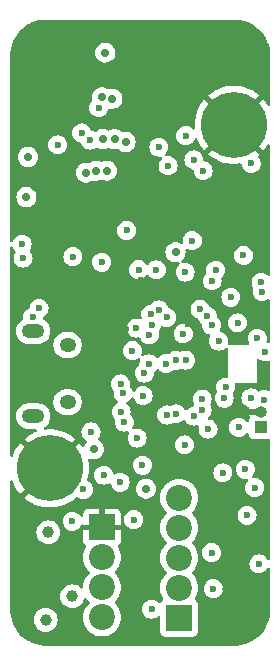
<source format=gbr>
%TF.GenerationSoftware,KiCad,Pcbnew,8.0.0*%
%TF.CreationDate,2024-06-24T23:08:17-07:00*%
%TF.ProjectId,lyrav3r2,6c797261-7633-4723-922e-6b696361645f,rev?*%
%TF.SameCoordinates,Original*%
%TF.FileFunction,Copper,L3,Inr*%
%TF.FilePolarity,Positive*%
%FSLAX46Y46*%
G04 Gerber Fmt 4.6, Leading zero omitted, Abs format (unit mm)*
G04 Created by KiCad (PCBNEW 8.0.0) date 2024-06-24 23:08:17*
%MOMM*%
%LPD*%
G01*
G04 APERTURE LIST*
%TA.AperFunction,ComponentPad*%
%ADD10O,1.000000X1.000000*%
%TD*%
%TA.AperFunction,ComponentPad*%
%ADD11R,1.000000X1.000000*%
%TD*%
%TA.AperFunction,ComponentPad*%
%ADD12C,2.200000*%
%TD*%
%TA.AperFunction,ComponentPad*%
%ADD13R,2.200000X2.200000*%
%TD*%
%TA.AperFunction,ComponentPad*%
%ADD14C,5.600000*%
%TD*%
%TA.AperFunction,ComponentPad*%
%ADD15O,1.900000X1.200000*%
%TD*%
%TA.AperFunction,ComponentPad*%
%ADD16O,1.400000X1.200000*%
%TD*%
%TA.AperFunction,ViaPad*%
%ADD17C,0.600000*%
%TD*%
%TA.AperFunction,ViaPad*%
%ADD18C,0.700000*%
%TD*%
%TA.AperFunction,ViaPad*%
%ADD19C,1.000000*%
%TD*%
G04 APERTURE END LIST*
D10*
%TO.N,GND*%
%TO.C,BZ1*%
X21200000Y19745000D03*
D11*
%TO.N,/BUZZER*%
X21200000Y18475000D03*
%TD*%
D12*
%TO.N,/P1-*%
%TO.C,J6*%
X14307400Y12516200D03*
%TO.N,/P2-*%
X14307400Y9976200D03*
%TO.N,/P3-*%
X14307400Y7436200D03*
%TO.N,/P4-*%
X14307400Y4896200D03*
D13*
%TO.N,+BATT*%
X14307400Y2356200D03*
%TD*%
D14*
%TO.N,GND*%
%TO.C,H1*%
X18930200Y44088400D03*
%TD*%
D12*
%TO.N,/BATT POSTSW*%
%TO.C,J2*%
X7779600Y2381600D03*
%TO.N,/BATT RAW*%
X7779600Y4921600D03*
X7779600Y7461600D03*
D13*
%TO.N,GND*%
X7779600Y10001600D03*
%TD*%
D14*
%TO.N,GND*%
%TO.C,H2*%
X3360000Y15005400D03*
%TD*%
D15*
%TO.N,N/C*%
%TO.C,J7*%
X1952500Y26625000D03*
X1952500Y19425000D03*
D16*
X4852500Y20605000D03*
%TO.N,unconnected-(J7-Shield-Pad6)*%
X4852500Y25445000D03*
%TD*%
D17*
%TO.N,/SDA*%
X21343200Y29966000D03*
X20921035Y26019930D03*
%TO.N,GND*%
X17397484Y29021014D03*
%TO.N,/SCL*%
X18674634Y29494507D03*
D18*
%TO.N,GND*%
X2850000Y45175000D03*
D17*
X15069400Y47187200D03*
D19*
X18450000Y1375000D03*
D17*
X12899998Y30134595D03*
X15099998Y49676400D03*
D18*
X21445400Y35955320D03*
X18800000Y48725000D03*
D17*
X9802874Y26811625D03*
X15882317Y32375000D03*
X15490596Y45717768D03*
D18*
X13233400Y49579378D03*
X21445400Y35035840D03*
X14383600Y44647200D03*
D17*
X14350000Y15725000D03*
X15000000Y21315717D03*
X9504700Y17429700D03*
X14485200Y46603000D03*
D18*
X12834200Y43555000D03*
D17*
X17431600Y51236534D03*
X15099998Y48838200D03*
D18*
X14586800Y35122200D03*
D17*
X15099998Y52165600D03*
D19*
X18450000Y11825000D03*
D18*
X11488000Y37967000D03*
X9583000Y36925600D03*
X11183200Y39999000D03*
X11030800Y35122200D03*
X500000Y49125000D03*
X16568000Y34411000D03*
X17584000Y34411000D03*
X18983827Y38619791D03*
D17*
X7900000Y21925000D03*
X18642486Y31641614D03*
D18*
X11430275Y44915202D03*
X12605600Y35884200D03*
X10802200Y40710200D03*
D17*
X15099998Y51352800D03*
D19*
X18450000Y4825000D03*
D17*
X13800000Y20825000D03*
X19949998Y21888800D03*
D18*
X13672400Y43961400D03*
X2484891Y34925000D03*
X13266000Y38576600D03*
D17*
X11059964Y30987035D03*
X17400000Y16975000D03*
D18*
X18092000Y35173000D03*
D17*
X16250000Y22625000D03*
D18*
X21445400Y37794280D03*
D17*
X450000Y27425000D03*
D18*
X13316800Y45434600D03*
X21439808Y34171091D03*
X16060000Y35173000D03*
X18600000Y34411000D03*
X10726000Y35935000D03*
X16314000Y37713000D03*
D19*
X3250000Y5575000D03*
D17*
X17431600Y48961535D03*
D18*
X18750000Y51825000D03*
X4500000Y36725000D03*
X9481400Y39821200D03*
D17*
X17431600Y49719868D03*
X21521000Y23133400D03*
X17431600Y50478201D03*
X11190290Y29240293D03*
D18*
X15298000Y37713000D03*
D17*
X13259370Y13980535D03*
D18*
X13266000Y37713000D03*
X18346000Y37713000D03*
X14239666Y38576600D03*
X17160664Y38576600D03*
X16186998Y38576600D03*
X11640400Y35935000D03*
D17*
X12535025Y21315717D03*
X3550000Y24375000D03*
D18*
X4815014Y40580788D03*
X12351600Y37967000D03*
D17*
X7750000Y19725000D03*
X15099998Y50540000D03*
D18*
X12402400Y38830600D03*
D17*
X20550000Y17025000D03*
D19*
X18550000Y8325000D03*
D18*
X14282000Y37713000D03*
X14967800Y45104400D03*
X12046800Y35173000D03*
X11919800Y39567200D03*
X9938600Y40837200D03*
X12504000Y44875800D03*
D17*
X20643200Y27175000D03*
D18*
X11488000Y38830600D03*
X12350000Y51475000D03*
D17*
X1845000Y1115000D03*
X17243088Y47444323D03*
X17431600Y48203200D03*
D18*
X9532200Y37814600D03*
X10319600Y40049800D03*
D17*
X16628048Y46870040D03*
D18*
X18134330Y38576600D03*
X17076000Y35173000D03*
X21444346Y38719129D03*
D17*
X15099998Y48000000D03*
D18*
X21445400Y36874800D03*
X2943398Y51100000D03*
D17*
X17431600Y51994867D03*
D18*
X15213332Y38576600D03*
D17*
X8125000Y36325000D03*
D18*
X8300000Y49050002D03*
D17*
X16057470Y46299461D03*
D18*
X17330000Y37713000D03*
X13600000Y48525000D03*
X13600000Y51875000D03*
D17*
X19434800Y30203079D03*
X17050000Y15325000D03*
D18*
X13926400Y46044200D03*
D17*
X15050000Y27225000D03*
%TO.N,+3V3*%
X14647507Y26420013D03*
X20379289Y20980024D03*
X7750000Y32450000D03*
D18*
X1499990Y41375000D03*
D17*
X10860910Y31825001D03*
X20400000Y40825000D03*
X7908665Y14432620D03*
X19748802Y33034996D03*
X21550000Y24875000D03*
X19246200Y27325000D03*
X10750000Y17575000D03*
X12377000Y31820200D03*
X21235107Y30778534D03*
X1900000Y27825000D03*
X4024265Y42400735D03*
X18231312Y21882754D03*
X14756608Y16999144D03*
X10674563Y26887917D03*
D18*
X8050000Y50205198D03*
D19*
X5240545Y4171431D03*
D17*
X20705115Y13371521D03*
X11894400Y28035600D03*
X9550000Y21385500D03*
X9656250Y18918750D03*
X17101400Y30880400D03*
%TO.N,+1V1*%
X18112776Y20940629D03*
X9395167Y19774773D03*
X9340717Y22165717D03*
D19*
%TO.N,+BATT*%
X3225467Y9588700D03*
X3004400Y2178400D03*
D17*
%TO.N,Net-(D2-A)*%
X9310783Y13826809D03*
%TO.N,/RUN*%
X21500000Y20825000D03*
D18*
%TO.N,/BOOTSEL*%
X1368450Y37975436D03*
D17*
%TO.N,/SWCLK*%
X16250000Y20875000D03*
%TO.N,/SWD*%
X16250000Y19983014D03*
%TO.N,/SCL*%
X17650000Y25780331D03*
X14804034Y31620045D03*
%TO.N,/BRKOUT4*%
X6200000Y13225000D03*
%TO.N,/BRKOUT3*%
X5250000Y10525000D03*
%TO.N,/BRKOUT2*%
X11194400Y15270600D03*
%TO.N,/BRKOUT1*%
X15550000Y19425000D03*
%TO.N,/P2 EN *%
X20050000Y11025000D03*
X19906600Y14924001D03*
%TO.N,/P3 EN *%
X16750000Y18337500D03*
X17050000Y7875000D03*
X18000000Y14625000D03*
%TO.N,/P4 EN *%
X13250000Y19525000D03*
X17200000Y4825000D03*
%TO.N,/P3 CONT *%
X14050000Y19625000D03*
X21060000Y6925000D03*
%TO.N,/QSPI_SS*%
X10350000Y24975000D03*
X1002592Y33977592D03*
%TO.N,Net-(D3-K)*%
X19350000Y18475000D03*
%TO.N,/SDA*%
X17397500Y31794800D03*
X5300000Y32925000D03*
D18*
X14001751Y33295000D03*
D17*
%TO.N,/GPS_RST*%
X6777950Y42805255D03*
D18*
X8646269Y46301269D03*
D17*
X16337500Y40202412D03*
X17050000Y27134998D03*
%TO.N,/ANT OFF*%
X15409990Y34299010D03*
X9854342Y35150559D03*
%TO.N,/QSPI_SD1*%
X11350000Y23075000D03*
X1085275Y32799775D03*
%TO.N,/QSPI_SD3*%
X11250000Y21155008D03*
X2440002Y28545002D03*
%TO.N,/SX CS*%
X12596431Y28425000D03*
%TO.N,/GPSTX*%
X15550000Y41125000D03*
%TO.N,/GPSRX*%
X12580200Y42208800D03*
D18*
%TO.N,/BUSY*%
X7849758Y42887113D03*
X6397622Y40050297D03*
D17*
X14849236Y24181163D03*
%TO.N,/MISO*%
X11989867Y27188249D03*
%TO.N,/MOSI*%
X11781679Y26312656D03*
%TO.N,/SCK*%
X13235088Y27790869D03*
D18*
%TO.N,/SX RST*%
X7752055Y46418459D03*
D17*
X14000000Y24144027D03*
D18*
%TO.N,/RXEN*%
X8184086Y40209705D03*
D17*
X11744687Y23857444D03*
D18*
X9763385Y42643031D03*
%TO.N,/TXEN*%
X8838635Y42878032D03*
X7284092Y40205781D03*
D17*
X13200000Y23875000D03*
%TO.N,/MCURX*%
X14850000Y43175000D03*
X16688324Y27910610D03*
%TO.N,/MCUTX*%
X16069608Y28494608D03*
X13362511Y40628911D03*
%TO.N,/GPSWKUP*%
X7490727Y45537114D03*
X6052400Y43402600D03*
%TO.N,VBUS*%
X10454300Y10669700D03*
X6839801Y18104201D03*
D18*
%TO.N,Net-(D1-K)*%
X11483773Y13282427D03*
X7071469Y16634069D03*
D17*
X11970600Y3092800D03*
%TD*%
%TA.AperFunction,Conductor*%
%TO.N,GND*%
G36*
X19000855Y52999989D02*
G01*
X19162269Y52997726D01*
X19174390Y52996959D01*
X19478553Y52962688D01*
X19495992Y52960723D01*
X19509700Y52958394D01*
X19824366Y52886574D01*
X19837725Y52882727D01*
X20142392Y52776119D01*
X20155228Y52770801D01*
X20446025Y52630761D01*
X20458195Y52624035D01*
X20731486Y52452315D01*
X20742827Y52444268D01*
X20995173Y52243029D01*
X21005541Y52233763D01*
X21233762Y52005542D01*
X21243028Y51995174D01*
X21444267Y51742828D01*
X21452314Y51731487D01*
X21624034Y51458196D01*
X21630760Y51446026D01*
X21770798Y51155234D01*
X21776120Y51142387D01*
X21882724Y50837730D01*
X21886573Y50824367D01*
X21958393Y50509701D01*
X21960722Y50495993D01*
X21996957Y50174403D01*
X21997725Y50162257D01*
X21999988Y50000856D01*
X22000000Y49999118D01*
X22000000Y45841892D01*
X21980315Y45774853D01*
X21927511Y45729098D01*
X21858353Y45719154D01*
X21794797Y45748179D01*
X21766445Y45783809D01*
X21761981Y45792228D01*
X21561175Y46088395D01*
X21561164Y46088409D01*
X21433756Y46238404D01*
X20224451Y45029099D01*
X20150612Y45130730D01*
X19972530Y45308812D01*
X19870898Y45382652D01*
X21082942Y46594696D01*
X21069704Y46607237D01*
X20784832Y46823789D01*
X20784829Y46823791D01*
X20478209Y47008277D01*
X20153460Y47158523D01*
X20153455Y47158524D01*
X19814344Y47272784D01*
X19464860Y47349712D01*
X19109124Y47388400D01*
X18751275Y47388400D01*
X18395539Y47349712D01*
X18046055Y47272784D01*
X17706944Y47158524D01*
X17706939Y47158523D01*
X17382190Y47008277D01*
X17075570Y46823791D01*
X17075567Y46823789D01*
X16790686Y46607230D01*
X16790685Y46607229D01*
X16777457Y46594698D01*
X16777456Y46594697D01*
X17989501Y45382652D01*
X17887870Y45308812D01*
X17709788Y45130730D01*
X17635948Y45029099D01*
X16426642Y46238405D01*
X16426641Y46238404D01*
X16299233Y46088408D01*
X16098418Y45792228D01*
X15930806Y45476078D01*
X15930797Y45476060D01*
X15798349Y45143640D01*
X15798347Y45143633D01*
X15702621Y44798858D01*
X15702615Y44798832D01*
X15644727Y44445732D01*
X15644726Y44445715D01*
X15625353Y44088403D01*
X15625353Y44088398D01*
X15639729Y43823242D01*
X15623703Y43755235D01*
X15573453Y43706689D01*
X15504935Y43693016D01*
X15439901Y43718557D01*
X15428230Y43728848D01*
X15352262Y43804816D01*
X15199523Y43900789D01*
X15029254Y43960369D01*
X15029249Y43960370D01*
X14850004Y43980565D01*
X14849996Y43980565D01*
X14670750Y43960370D01*
X14670745Y43960369D01*
X14500476Y43900789D01*
X14347737Y43804816D01*
X14220184Y43677263D01*
X14124211Y43524524D01*
X14064631Y43354255D01*
X14064630Y43354250D01*
X14044435Y43175004D01*
X14044435Y43174997D01*
X14064630Y42995751D01*
X14064631Y42995746D01*
X14124211Y42825477D01*
X14202600Y42700723D01*
X14220184Y42672738D01*
X14347738Y42545184D01*
X14438080Y42488418D01*
X14490093Y42455736D01*
X14500478Y42449211D01*
X14639023Y42400732D01*
X14670745Y42389632D01*
X14670750Y42389631D01*
X14849996Y42369435D01*
X14850000Y42369435D01*
X14850004Y42369435D01*
X15029249Y42389631D01*
X15029252Y42389632D01*
X15029255Y42389632D01*
X15199522Y42449211D01*
X15352262Y42545184D01*
X15479816Y42672738D01*
X15575789Y42825478D01*
X15609036Y42920494D01*
X15649758Y42977269D01*
X15714710Y43003017D01*
X15783272Y42989561D01*
X15833675Y42941174D01*
X15841271Y42925436D01*
X15930797Y42700741D01*
X15930806Y42700723D01*
X16098418Y42384573D01*
X16299224Y42088406D01*
X16299235Y42088392D01*
X16426641Y41938398D01*
X16426642Y41938398D01*
X17635947Y43147703D01*
X17709788Y43046070D01*
X17887870Y42867988D01*
X17989500Y42794149D01*
X16777457Y41582106D01*
X16790695Y41569564D01*
X17075567Y41353012D01*
X17075570Y41353010D01*
X17382190Y41168524D01*
X17706939Y41018278D01*
X17706944Y41018277D01*
X18046055Y40904017D01*
X18395539Y40827089D01*
X18751275Y40788401D01*
X18751285Y40788400D01*
X19109115Y40788400D01*
X19109124Y40788401D01*
X19468205Y40827452D01*
X19468344Y40826170D01*
X19532507Y40818235D01*
X19586204Y40773531D01*
X19606453Y40718329D01*
X19614630Y40645750D01*
X19614631Y40645746D01*
X19674211Y40475477D01*
X19759569Y40339632D01*
X19770184Y40322738D01*
X19897738Y40195184D01*
X20050478Y40099211D01*
X20190266Y40050297D01*
X20220745Y40039632D01*
X20220750Y40039631D01*
X20399996Y40019435D01*
X20400000Y40019435D01*
X20400004Y40019435D01*
X20579249Y40039631D01*
X20579252Y40039632D01*
X20579255Y40039632D01*
X20749522Y40099211D01*
X20902262Y40195184D01*
X21029816Y40322738D01*
X21125789Y40475478D01*
X21185368Y40645745D01*
X21192875Y40712370D01*
X21205565Y40824997D01*
X21205565Y40825004D01*
X21185369Y41004250D01*
X21185368Y41004255D01*
X21165790Y41060205D01*
X21125789Y41174522D01*
X21111541Y41197197D01*
X21029815Y41327263D01*
X21009822Y41347256D01*
X20976337Y41408579D01*
X20981321Y41478271D01*
X21022462Y41533653D01*
X21069713Y41569573D01*
X21082942Y41582105D01*
X21082942Y41582106D01*
X19870899Y42794149D01*
X19972530Y42867988D01*
X20150612Y43046070D01*
X20224451Y43147702D01*
X21433756Y41938398D01*
X21561172Y42088402D01*
X21561175Y42088406D01*
X21761981Y42384573D01*
X21766443Y42392988D01*
X21815234Y42442999D01*
X21883319Y42458693D01*
X21949080Y42435086D01*
X21991638Y42379673D01*
X22000000Y42334909D01*
X22000000Y31445081D01*
X21980315Y31378042D01*
X21927511Y31332287D01*
X21858353Y31322343D01*
X21794797Y31351368D01*
X21788319Y31357400D01*
X21737369Y31408350D01*
X21584630Y31504323D01*
X21414361Y31563903D01*
X21414356Y31563904D01*
X21235111Y31584099D01*
X21235103Y31584099D01*
X21055857Y31563904D01*
X21055852Y31563903D01*
X20885583Y31504323D01*
X20732844Y31408350D01*
X20605291Y31280797D01*
X20509318Y31128058D01*
X20449738Y30957789D01*
X20449737Y30957784D01*
X20429542Y30778538D01*
X20429542Y30778531D01*
X20449737Y30599285D01*
X20449738Y30599280D01*
X20509318Y30429011D01*
X20572483Y30328485D01*
X20591483Y30261248D01*
X20584531Y30221560D01*
X20557831Y30145255D01*
X20557831Y30145254D01*
X20537635Y29966004D01*
X20537635Y29965997D01*
X20557830Y29786751D01*
X20557831Y29786746D01*
X20617411Y29616477D01*
X20694052Y29494504D01*
X20713384Y29463738D01*
X20840938Y29336184D01*
X20993678Y29240211D01*
X21163945Y29180632D01*
X21163950Y29180631D01*
X21343196Y29160435D01*
X21343200Y29160435D01*
X21343204Y29160435D01*
X21522449Y29180631D01*
X21522452Y29180632D01*
X21522455Y29180632D01*
X21692722Y29240211D01*
X21810027Y29313920D01*
X21877264Y29332920D01*
X21944099Y29312553D01*
X21989314Y29259285D01*
X22000000Y29208926D01*
X22000000Y25740392D01*
X21980315Y25673353D01*
X21927511Y25627598D01*
X21858353Y25617654D01*
X21835045Y25623351D01*
X21769727Y25646207D01*
X21712951Y25686928D01*
X21687204Y25751881D01*
X21693640Y25804203D01*
X21706403Y25840675D01*
X21706404Y25840681D01*
X21726600Y26019927D01*
X21726600Y26019934D01*
X21706404Y26199180D01*
X21706403Y26199185D01*
X21691854Y26240764D01*
X21646824Y26369452D01*
X21636280Y26386232D01*
X21607617Y26431850D01*
X21550851Y26522192D01*
X21423297Y26649746D01*
X21350983Y26695184D01*
X21270558Y26745719D01*
X21100289Y26805299D01*
X21100284Y26805300D01*
X20921039Y26825495D01*
X20921031Y26825495D01*
X20741785Y26805300D01*
X20741780Y26805299D01*
X20571511Y26745719D01*
X20418772Y26649746D01*
X20291219Y26522193D01*
X20195246Y26369454D01*
X20135666Y26199185D01*
X20135665Y26199180D01*
X20115470Y26019934D01*
X20115470Y26019927D01*
X20135665Y25840681D01*
X20135666Y25840676D01*
X20195246Y25670406D01*
X20198662Y25664970D01*
X20217661Y25597732D01*
X20197292Y25530898D01*
X20144023Y25485685D01*
X20093667Y25475000D01*
X18559919Y25475000D01*
X18492880Y25494685D01*
X18447125Y25547489D01*
X18436699Y25612883D01*
X18455565Y25780328D01*
X18455565Y25780335D01*
X18435369Y25959581D01*
X18435368Y25959586D01*
X18434127Y25963133D01*
X18375789Y26129853D01*
X18354697Y26163420D01*
X18332225Y26199185D01*
X18279816Y26282593D01*
X18152262Y26410147D01*
X18065168Y26464872D01*
X17999523Y26506120D01*
X17822682Y26567999D01*
X17823360Y26569939D01*
X17771122Y26599159D01*
X17738265Y26660821D01*
X17743961Y26730458D01*
X17754701Y26751913D01*
X17775787Y26785472D01*
X17775788Y26785475D01*
X17775789Y26785476D01*
X17835368Y26955743D01*
X17835369Y26955749D01*
X17855565Y27134995D01*
X17855565Y27135002D01*
X17835369Y27314248D01*
X17835368Y27314253D01*
X17831609Y27324997D01*
X18440635Y27324997D01*
X18460830Y27145751D01*
X18460831Y27145746D01*
X18520411Y26975477D01*
X18606337Y26838728D01*
X18616384Y26822738D01*
X18743938Y26695184D01*
X18896678Y26599211D01*
X18980333Y26569939D01*
X19066945Y26539632D01*
X19066950Y26539631D01*
X19246196Y26519435D01*
X19246200Y26519435D01*
X19246204Y26519435D01*
X19425449Y26539631D01*
X19425452Y26539632D01*
X19425455Y26539632D01*
X19595722Y26599211D01*
X19748462Y26695184D01*
X19876016Y26822738D01*
X19971989Y26975478D01*
X20031568Y27145745D01*
X20031569Y27145751D01*
X20051765Y27324997D01*
X20051765Y27325004D01*
X20031569Y27504250D01*
X20031568Y27504255D01*
X20026852Y27517733D01*
X19971989Y27674522D01*
X19956757Y27698763D01*
X19901007Y27787489D01*
X19876016Y27827262D01*
X19748462Y27954816D01*
X19595723Y28050789D01*
X19425454Y28110369D01*
X19425449Y28110370D01*
X19246204Y28130565D01*
X19246196Y28130565D01*
X19066950Y28110370D01*
X19066945Y28110369D01*
X18896676Y28050789D01*
X18743937Y27954816D01*
X18616384Y27827263D01*
X18520411Y27674524D01*
X18460831Y27504255D01*
X18460830Y27504250D01*
X18440635Y27325004D01*
X18440635Y27324997D01*
X17831609Y27324997D01*
X17775789Y27484520D01*
X17679816Y27637260D01*
X17552262Y27764814D01*
X17552260Y27764816D01*
X17548376Y27767256D01*
X17502086Y27819592D01*
X17491131Y27886133D01*
X17493889Y27910609D01*
X17493889Y27910614D01*
X17473693Y28089860D01*
X17473692Y28089865D01*
X17444069Y28174522D01*
X17414113Y28260132D01*
X17318140Y28412872D01*
X17190586Y28540426D01*
X17089003Y28604255D01*
X17037843Y28636401D01*
X16900762Y28684368D01*
X16843986Y28725089D01*
X16824675Y28760456D01*
X16819753Y28774522D01*
X16795397Y28844130D01*
X16795397Y28844131D01*
X16699423Y28996871D01*
X16571870Y29124424D01*
X16419131Y29220397D01*
X16248862Y29279977D01*
X16248857Y29279978D01*
X16069612Y29300173D01*
X16069604Y29300173D01*
X15890358Y29279978D01*
X15890353Y29279977D01*
X15720084Y29220397D01*
X15567345Y29124424D01*
X15439792Y28996871D01*
X15343819Y28844132D01*
X15284239Y28673863D01*
X15284238Y28673858D01*
X15264043Y28494612D01*
X15264043Y28494605D01*
X15284238Y28315359D01*
X15284239Y28315354D01*
X15343819Y28145085D01*
X15432309Y28004255D01*
X15439792Y27992346D01*
X15567346Y27864792D01*
X15720086Y27768819D01*
X15857168Y27720852D01*
X15913943Y27680132D01*
X15933254Y27644766D01*
X15962533Y27561092D01*
X15962534Y27561088D01*
X16058508Y27408348D01*
X16186063Y27280793D01*
X16189945Y27278354D01*
X16236235Y27226020D01*
X16247193Y27159481D01*
X16244436Y27135002D01*
X16244435Y27134997D01*
X16244435Y27134995D01*
X16264630Y26955749D01*
X16264631Y26955744D01*
X16324211Y26785475D01*
X16380945Y26695184D01*
X16420184Y26632736D01*
X16547738Y26505182D01*
X16611891Y26464872D01*
X16683283Y26420013D01*
X16700478Y26409209D01*
X16820250Y26367299D01*
X16877318Y26347330D01*
X16876637Y26345387D01*
X16928861Y26316187D01*
X16961729Y26254531D01*
X16956047Y26184893D01*
X16945300Y26163420D01*
X16924212Y26129859D01*
X16864631Y25959586D01*
X16864630Y25959581D01*
X16844435Y25780335D01*
X16844435Y25780328D01*
X16864630Y25601082D01*
X16864631Y25601077D01*
X16924211Y25430808D01*
X17020184Y25278069D01*
X17147738Y25150515D01*
X17300478Y25054542D01*
X17470745Y24994963D01*
X17470750Y24994962D01*
X17649996Y24974766D01*
X17650000Y24974766D01*
X17650004Y24974766D01*
X17829249Y24994962D01*
X17829252Y24994963D01*
X17829255Y24994963D01*
X17999522Y25054542D01*
X18152262Y25150515D01*
X18212511Y25210765D01*
X18273830Y25244247D01*
X18343522Y25239263D01*
X18399456Y25197392D01*
X18423873Y25131928D01*
X18424185Y25124065D01*
X18442596Y22804253D01*
X18423444Y22737060D01*
X18371005Y22690887D01*
X18304717Y22680049D01*
X18231316Y22688319D01*
X18231308Y22688319D01*
X18052062Y22668124D01*
X18052057Y22668123D01*
X17881788Y22608543D01*
X17729049Y22512570D01*
X17601496Y22385017D01*
X17505523Y22232278D01*
X17445943Y22062009D01*
X17445942Y22062004D01*
X17425747Y21882758D01*
X17425747Y21882751D01*
X17445942Y21703505D01*
X17445945Y21703492D01*
X17498033Y21554635D01*
X17501595Y21484856D01*
X17485986Y21447708D01*
X17386987Y21290153D01*
X17327407Y21119884D01*
X17327406Y21119879D01*
X17307211Y20940633D01*
X17307211Y20940626D01*
X17327406Y20761380D01*
X17327407Y20761375D01*
X17386987Y20591106D01*
X17478872Y20444873D01*
X17482960Y20438367D01*
X17610514Y20310813D01*
X17763254Y20214840D01*
X17907692Y20164299D01*
X17933521Y20155261D01*
X17933526Y20155260D01*
X18112772Y20135064D01*
X18112776Y20135064D01*
X18112780Y20135064D01*
X18292025Y20155260D01*
X18292028Y20155261D01*
X18292031Y20155261D01*
X18462298Y20214840D01*
X18615038Y20310813D01*
X18742592Y20438367D01*
X18838565Y20591107D01*
X18898144Y20761374D01*
X18902583Y20800770D01*
X18918341Y20940626D01*
X18918341Y20940633D01*
X18898145Y21119879D01*
X18898142Y21119892D01*
X18846054Y21268748D01*
X18842491Y21338526D01*
X18858101Y21375675D01*
X18864273Y21385497D01*
X18957101Y21533232D01*
X19016680Y21703499D01*
X19016681Y21703505D01*
X19036877Y21882751D01*
X19036877Y21882758D01*
X19016681Y22062004D01*
X19016678Y22062017D01*
X19000012Y22109645D01*
X18996449Y22179423D01*
X19031178Y22240051D01*
X19093171Y22272278D01*
X19117053Y22274600D01*
X20859800Y22274600D01*
X20859800Y24138913D01*
X20879485Y24205952D01*
X20932289Y24251707D01*
X21001447Y24261651D01*
X21049770Y24243907D01*
X21104643Y24209428D01*
X21200475Y24149212D01*
X21370745Y24089632D01*
X21370750Y24089631D01*
X21549996Y24069435D01*
X21550000Y24069435D01*
X21550004Y24069435D01*
X21729249Y24089631D01*
X21729251Y24089632D01*
X21729255Y24089632D01*
X21729258Y24089634D01*
X21729262Y24089634D01*
X21835045Y24126649D01*
X21904824Y24130211D01*
X21965451Y24095483D01*
X21997679Y24033489D01*
X22000000Y24009608D01*
X22000000Y21672897D01*
X21980315Y21605858D01*
X21927511Y21560103D01*
X21858353Y21550159D01*
X21835046Y21555855D01*
X21679257Y21610368D01*
X21679249Y21610370D01*
X21500004Y21630565D01*
X21499996Y21630565D01*
X21320750Y21610370D01*
X21320737Y21610367D01*
X21150481Y21550791D01*
X21105314Y21522412D01*
X21038077Y21503414D01*
X20971242Y21523784D01*
X20951664Y21539727D01*
X20881551Y21609840D01*
X20728812Y21705813D01*
X20558543Y21765393D01*
X20558538Y21765394D01*
X20379293Y21785589D01*
X20379285Y21785589D01*
X20200039Y21765394D01*
X20200034Y21765393D01*
X20029765Y21705813D01*
X19877026Y21609840D01*
X19749473Y21482287D01*
X19653500Y21329548D01*
X19593920Y21159279D01*
X19593919Y21159274D01*
X19573724Y20980028D01*
X19573724Y20980021D01*
X19593919Y20800775D01*
X19593920Y20800770D01*
X19653500Y20630501D01*
X19719477Y20525500D01*
X19749473Y20477762D01*
X19877027Y20350208D01*
X20029767Y20254235D01*
X20170420Y20205019D01*
X20227194Y20164299D01*
X20252942Y20099346D01*
X20248125Y20051983D01*
X20230839Y19995001D01*
X20230840Y19995000D01*
X20990382Y19995000D01*
X20939936Y19944554D01*
X20897149Y19870445D01*
X20875000Y19787787D01*
X20875000Y19702213D01*
X20897149Y19619555D01*
X20939936Y19545446D01*
X20990382Y19495000D01*
X20230840Y19495000D01*
X20271651Y19360463D01*
X20272651Y19358593D01*
X20272878Y19357499D01*
X20273981Y19354838D01*
X20273476Y19354630D01*
X20286896Y19290191D01*
X20262564Y19225828D01*
X20256205Y19217334D01*
X20256202Y19217329D01*
X20205908Y19082484D01*
X20201313Y19039738D01*
X20174575Y18975187D01*
X20117182Y18935339D01*
X20047357Y18932846D01*
X19987269Y18968499D01*
X19981082Y18975675D01*
X19979817Y18977261D01*
X19852262Y19104816D01*
X19699523Y19200789D01*
X19529254Y19260369D01*
X19529249Y19260370D01*
X19350004Y19280565D01*
X19349996Y19280565D01*
X19170750Y19260370D01*
X19170745Y19260369D01*
X19000476Y19200789D01*
X18847737Y19104816D01*
X18720184Y18977263D01*
X18624211Y18824524D01*
X18564631Y18654255D01*
X18564630Y18654250D01*
X18544435Y18475004D01*
X18544435Y18474997D01*
X18564630Y18295751D01*
X18564631Y18295746D01*
X18624211Y18125477D01*
X18693968Y18014460D01*
X18720184Y17972738D01*
X18847738Y17845184D01*
X18863567Y17835238D01*
X18992450Y17754255D01*
X19000478Y17749211D01*
X19170745Y17689632D01*
X19170750Y17689631D01*
X19349996Y17669435D01*
X19350000Y17669435D01*
X19350004Y17669435D01*
X19529249Y17689631D01*
X19529252Y17689632D01*
X19529255Y17689632D01*
X19699522Y17749211D01*
X19852262Y17845184D01*
X19979816Y17972738D01*
X19979818Y17972742D01*
X19981077Y17974319D01*
X19982150Y17975073D01*
X19984740Y17977662D01*
X19985193Y17977209D01*
X20038265Y18014460D01*
X20108076Y18017310D01*
X20168346Y17981965D01*
X20199940Y17919646D01*
X20201314Y17910261D01*
X20205909Y17867517D01*
X20256202Y17732672D01*
X20256206Y17732665D01*
X20342452Y17617456D01*
X20342455Y17617453D01*
X20457664Y17531207D01*
X20457671Y17531203D01*
X20592517Y17480909D01*
X20592516Y17480909D01*
X20599444Y17480165D01*
X20652127Y17474500D01*
X21747872Y17474501D01*
X21807483Y17480909D01*
X21832667Y17490303D01*
X21902358Y17495286D01*
X21963681Y17461801D01*
X21997166Y17400478D01*
X22000000Y17374120D01*
X22000000Y7364022D01*
X21980315Y7296983D01*
X21927511Y7251228D01*
X21858353Y7241284D01*
X21794797Y7270309D01*
X21771007Y7298049D01*
X21689817Y7427261D01*
X21562262Y7554816D01*
X21409523Y7650789D01*
X21239254Y7710369D01*
X21239249Y7710370D01*
X21060004Y7730565D01*
X21059996Y7730565D01*
X20880750Y7710370D01*
X20880745Y7710369D01*
X20710476Y7650789D01*
X20557737Y7554816D01*
X20430184Y7427263D01*
X20334211Y7274524D01*
X20274631Y7104255D01*
X20274630Y7104250D01*
X20254435Y6925004D01*
X20254435Y6924997D01*
X20274630Y6745751D01*
X20274631Y6745746D01*
X20334211Y6575477D01*
X20367735Y6522125D01*
X20430184Y6422738D01*
X20557738Y6295184D01*
X20612952Y6260491D01*
X20668346Y6225684D01*
X20710478Y6199211D01*
X20834494Y6155816D01*
X20880745Y6139632D01*
X20880750Y6139631D01*
X21059996Y6119435D01*
X21060000Y6119435D01*
X21060004Y6119435D01*
X21239249Y6139631D01*
X21239252Y6139632D01*
X21239255Y6139632D01*
X21409522Y6199211D01*
X21562262Y6295184D01*
X21689816Y6422738D01*
X21771006Y6551951D01*
X21823341Y6598242D01*
X21892394Y6608890D01*
X21956243Y6580515D01*
X21994615Y6522125D01*
X22000000Y6485979D01*
X22000000Y3000883D01*
X21999988Y2999145D01*
X21997725Y2837744D01*
X21996957Y2825598D01*
X21960722Y2504008D01*
X21958393Y2490300D01*
X21886573Y2175634D01*
X21882724Y2162271D01*
X21776120Y1857614D01*
X21770798Y1844767D01*
X21630760Y1553975D01*
X21624034Y1541805D01*
X21452314Y1268514D01*
X21444267Y1257173D01*
X21243028Y1004827D01*
X21233762Y994459D01*
X21005541Y766238D01*
X20995173Y756972D01*
X20742827Y555733D01*
X20731486Y547686D01*
X20458195Y375966D01*
X20446025Y369240D01*
X20155233Y229202D01*
X20142386Y223880D01*
X19837729Y117276D01*
X19824366Y113427D01*
X19509700Y41607D01*
X19495992Y39278D01*
X19174402Y3043D01*
X19162256Y2275D01*
X19000856Y12D01*
X18999118Y0D01*
X3000882Y0D01*
X2999144Y12D01*
X2837743Y2275D01*
X2825597Y3043D01*
X2504007Y39278D01*
X2490299Y41607D01*
X2175633Y113427D01*
X2162270Y117276D01*
X1857613Y223880D01*
X1844766Y229202D01*
X1553974Y369240D01*
X1541804Y375966D01*
X1268513Y547686D01*
X1257172Y555733D01*
X1004826Y756972D01*
X994458Y766238D01*
X766237Y994459D01*
X756971Y1004827D01*
X555730Y1257176D01*
X547685Y1268514D01*
X375965Y1541805D01*
X369239Y1553975D01*
X321676Y1652741D01*
X229199Y1844772D01*
X223879Y1857614D01*
X117275Y2162271D01*
X113426Y2175634D01*
X112795Y2178400D01*
X1999059Y2178400D01*
X2018375Y1982271D01*
X2018376Y1982268D01*
X2047733Y1885490D01*
X2075588Y1793667D01*
X2168486Y1619868D01*
X2168490Y1619861D01*
X2293516Y1467517D01*
X2445860Y1342491D01*
X2445867Y1342487D01*
X2619666Y1249589D01*
X2619669Y1249589D01*
X2619673Y1249586D01*
X2808268Y1192376D01*
X3004400Y1173059D01*
X3200532Y1192376D01*
X3389127Y1249586D01*
X3403322Y1257173D01*
X3562932Y1342487D01*
X3562938Y1342490D01*
X3715283Y1467517D01*
X3840310Y1619862D01*
X3933214Y1793673D01*
X3990424Y1982268D01*
X4009741Y2178400D01*
X3990424Y2374532D01*
X3933214Y2563127D01*
X3933211Y2563131D01*
X3933211Y2563134D01*
X3840313Y2736933D01*
X3840309Y2736940D01*
X3715283Y2889284D01*
X3562939Y3014310D01*
X3562932Y3014314D01*
X3389133Y3107212D01*
X3389127Y3107214D01*
X3200532Y3164424D01*
X3200529Y3164425D01*
X3004400Y3183741D01*
X2808270Y3164425D01*
X2619666Y3107212D01*
X2445867Y3014314D01*
X2445860Y3014310D01*
X2293516Y2889284D01*
X2168490Y2736940D01*
X2168486Y2736933D01*
X2075588Y2563134D01*
X2018375Y2374530D01*
X1999059Y2178400D01*
X112795Y2178400D01*
X41606Y2490300D01*
X39277Y2504008D01*
X24771Y2632752D01*
X3041Y2825610D01*
X2274Y2837731D01*
X12Y2999145D01*
X0Y3000883D01*
X0Y4171431D01*
X4235204Y4171431D01*
X4254520Y3975302D01*
X4311733Y3786698D01*
X4404631Y3612899D01*
X4404635Y3612892D01*
X4529661Y3460548D01*
X4682005Y3335522D01*
X4682012Y3335518D01*
X4855811Y3242620D01*
X4855814Y3242620D01*
X4855818Y3242617D01*
X5044413Y3185407D01*
X5240545Y3166090D01*
X5436677Y3185407D01*
X5625272Y3242617D01*
X5799083Y3335521D01*
X5951428Y3460548D01*
X6076455Y3612893D01*
X6135103Y3722616D01*
X6169356Y3786698D01*
X6169356Y3786699D01*
X6169359Y3786704D01*
X6226569Y3975299D01*
X6226569Y3975309D01*
X6227448Y3979719D01*
X6259831Y4041631D01*
X6320546Y4076207D01*
X6390316Y4072469D01*
X6446989Y4031604D01*
X6454793Y4020321D01*
X6480760Y3977946D01*
X6480761Y3977944D01*
X6524219Y3927062D01*
X6644376Y3786376D01*
X6691778Y3745891D01*
X6691779Y3745890D01*
X6729972Y3687383D01*
X6730470Y3617515D01*
X6693116Y3558469D01*
X6691779Y3557310D01*
X6644376Y3516824D01*
X6480761Y3325257D01*
X6480760Y3325254D01*
X6349133Y3110460D01*
X6252726Y2877711D01*
X6193917Y2632752D01*
X6174151Y2381600D01*
X6193917Y2130449D01*
X6252726Y1885490D01*
X6349133Y1652741D01*
X6480760Y1437947D01*
X6480761Y1437944D01*
X6480764Y1437941D01*
X6644376Y1246376D01*
X6758719Y1148718D01*
X6835943Y1082762D01*
X6835946Y1082761D01*
X7050740Y951134D01*
X7283489Y854727D01*
X7528452Y795917D01*
X7779600Y776151D01*
X8030748Y795917D01*
X8275711Y854727D01*
X8508459Y951134D01*
X8723259Y1082764D01*
X8914824Y1246376D01*
X9078436Y1437941D01*
X9210066Y1652741D01*
X9306473Y1885489D01*
X9365283Y2130452D01*
X9385049Y2381600D01*
X9365283Y2632748D01*
X9306473Y2877711D01*
X9249892Y3014310D01*
X9217382Y3092797D01*
X11165035Y3092797D01*
X11185230Y2913551D01*
X11185231Y2913546D01*
X11244811Y2743277D01*
X11340784Y2590538D01*
X11468338Y2462984D01*
X11468340Y2462983D01*
X11609111Y2374530D01*
X11621078Y2367011D01*
X11791345Y2307432D01*
X11791350Y2307431D01*
X11970596Y2287235D01*
X11970600Y2287235D01*
X11970604Y2287235D01*
X12149849Y2307431D01*
X12149852Y2307432D01*
X12149855Y2307432D01*
X12320122Y2367011D01*
X12472862Y2462984D01*
X12495221Y2485344D01*
X12556540Y2518827D01*
X12626231Y2513844D01*
X12682166Y2471973D01*
X12706584Y2406509D01*
X12706900Y2397661D01*
X12706900Y1208330D01*
X12706901Y1208324D01*
X12713308Y1148717D01*
X12763602Y1013872D01*
X12763606Y1013865D01*
X12849852Y898656D01*
X12849855Y898653D01*
X12965064Y812407D01*
X12965071Y812403D01*
X13099917Y762109D01*
X13099916Y762109D01*
X13106844Y761365D01*
X13159527Y755700D01*
X15455272Y755701D01*
X15514883Y762109D01*
X15649731Y812404D01*
X15764946Y898654D01*
X15851196Y1013869D01*
X15901491Y1148717D01*
X15907900Y1208327D01*
X15907899Y3504072D01*
X15902176Y3557310D01*
X15901491Y3563684D01*
X15851197Y3698529D01*
X15851193Y3698536D01*
X15764947Y3813745D01*
X15758476Y3818589D01*
X15688294Y3871128D01*
X15646424Y3927062D01*
X15641440Y3996754D01*
X15656876Y4035179D01*
X15737866Y4167341D01*
X15834273Y4400089D01*
X15893083Y4645052D01*
X15907245Y4824997D01*
X16394435Y4824997D01*
X16414630Y4645751D01*
X16414631Y4645746D01*
X16474211Y4475477D01*
X16542020Y4367561D01*
X16570184Y4322738D01*
X16697738Y4195184D01*
X16850478Y4099211D01*
X17015032Y4041631D01*
X17020745Y4039632D01*
X17020750Y4039631D01*
X17199996Y4019435D01*
X17200000Y4019435D01*
X17200004Y4019435D01*
X17379249Y4039631D01*
X17379252Y4039632D01*
X17379255Y4039632D01*
X17549522Y4099211D01*
X17702262Y4195184D01*
X17829816Y4322738D01*
X17925789Y4475478D01*
X17985368Y4645745D01*
X17985369Y4645751D01*
X18005565Y4824997D01*
X18005565Y4825004D01*
X17985369Y5004250D01*
X17985368Y5004255D01*
X17951780Y5100243D01*
X17925789Y5174522D01*
X17829816Y5327262D01*
X17702262Y5454816D01*
X17549523Y5550789D01*
X17379254Y5610369D01*
X17379249Y5610370D01*
X17200004Y5630565D01*
X17199996Y5630565D01*
X17020750Y5610370D01*
X17020745Y5610369D01*
X16850476Y5550789D01*
X16697737Y5454816D01*
X16570184Y5327263D01*
X16474211Y5174524D01*
X16414631Y5004255D01*
X16414630Y5004250D01*
X16394435Y4825004D01*
X16394435Y4824997D01*
X15907245Y4824997D01*
X15912849Y4896200D01*
X15893083Y5147348D01*
X15834273Y5392311D01*
X15768630Y5550789D01*
X15737866Y5625060D01*
X15606239Y5839854D01*
X15606238Y5839857D01*
X15442624Y6031424D01*
X15412884Y6056824D01*
X15395219Y6071911D01*
X15357027Y6130416D01*
X15356528Y6200284D01*
X15393882Y6259330D01*
X15395156Y6260436D01*
X15442624Y6300976D01*
X15606236Y6492541D01*
X15737866Y6707341D01*
X15834273Y6940089D01*
X15893083Y7185052D01*
X15912849Y7436200D01*
X15893083Y7687348D01*
X15848033Y7874997D01*
X16244435Y7874997D01*
X16264630Y7695751D01*
X16264631Y7695746D01*
X16324211Y7525477D01*
X16385924Y7427262D01*
X16420184Y7372738D01*
X16547738Y7245184D01*
X16700478Y7149211D01*
X16828955Y7104255D01*
X16870745Y7089632D01*
X16870750Y7089631D01*
X17049996Y7069435D01*
X17050000Y7069435D01*
X17050004Y7069435D01*
X17229249Y7089631D01*
X17229252Y7089632D01*
X17229255Y7089632D01*
X17399522Y7149211D01*
X17552262Y7245184D01*
X17679816Y7372738D01*
X17775789Y7525478D01*
X17835368Y7695745D01*
X17837284Y7712748D01*
X17855565Y7874997D01*
X17855565Y7875004D01*
X17835369Y8054250D01*
X17835368Y8054255D01*
X17796596Y8165059D01*
X17775789Y8224522D01*
X17679816Y8377262D01*
X17552262Y8504816D01*
X17489244Y8544413D01*
X17399523Y8600789D01*
X17229254Y8660369D01*
X17229249Y8660370D01*
X17050004Y8680565D01*
X17049996Y8680565D01*
X16870750Y8660370D01*
X16870745Y8660369D01*
X16700476Y8600789D01*
X16547737Y8504816D01*
X16420184Y8377263D01*
X16324211Y8224524D01*
X16264631Y8054255D01*
X16264630Y8054250D01*
X16244435Y7875004D01*
X16244435Y7874997D01*
X15848033Y7874997D01*
X15834273Y7932311D01*
X15823752Y7957711D01*
X15737866Y8165060D01*
X15606239Y8379854D01*
X15606238Y8379857D01*
X15442624Y8571424D01*
X15428650Y8583359D01*
X15395219Y8611911D01*
X15357027Y8670416D01*
X15356528Y8740284D01*
X15393882Y8799330D01*
X15395156Y8800436D01*
X15442624Y8840976D01*
X15606236Y9032541D01*
X15737866Y9247341D01*
X15834273Y9480089D01*
X15893083Y9725052D01*
X15912849Y9976200D01*
X15893083Y10227348D01*
X15834273Y10472311D01*
X15783851Y10594041D01*
X15737866Y10705060D01*
X15606239Y10919854D01*
X15606238Y10919857D01*
X15516440Y11024997D01*
X19244435Y11024997D01*
X19264630Y10845751D01*
X19264631Y10845746D01*
X19324211Y10675477D01*
X19327843Y10669697D01*
X19420184Y10522738D01*
X19547738Y10395184D01*
X19700478Y10299211D01*
X19870745Y10239632D01*
X19870750Y10239631D01*
X20049996Y10219435D01*
X20050000Y10219435D01*
X20050004Y10219435D01*
X20229249Y10239631D01*
X20229252Y10239632D01*
X20229255Y10239632D01*
X20399522Y10299211D01*
X20552262Y10395184D01*
X20679816Y10522738D01*
X20775789Y10675478D01*
X20835368Y10845745D01*
X20835730Y10848955D01*
X20855565Y11024997D01*
X20855565Y11025004D01*
X20835369Y11204250D01*
X20835368Y11204255D01*
X20787697Y11340491D01*
X20775789Y11374522D01*
X20679816Y11527262D01*
X20552262Y11654816D01*
X20399523Y11750789D01*
X20229254Y11810369D01*
X20229249Y11810370D01*
X20050004Y11830565D01*
X20049996Y11830565D01*
X19870750Y11810370D01*
X19870745Y11810369D01*
X19700476Y11750789D01*
X19547737Y11654816D01*
X19420184Y11527263D01*
X19324211Y11374524D01*
X19264631Y11204255D01*
X19264630Y11204250D01*
X19244435Y11025004D01*
X19244435Y11024997D01*
X15516440Y11024997D01*
X15442624Y11111424D01*
X15395219Y11151911D01*
X15357027Y11210416D01*
X15356528Y11280284D01*
X15393882Y11339330D01*
X15395156Y11340436D01*
X15442624Y11380976D01*
X15606236Y11572541D01*
X15737866Y11787341D01*
X15834273Y12020089D01*
X15893083Y12265052D01*
X15912849Y12516200D01*
X15893083Y12767348D01*
X15834273Y13012311D01*
X15796036Y13104624D01*
X15737866Y13245060D01*
X15606239Y13459854D01*
X15606238Y13459857D01*
X15552632Y13522621D01*
X15442624Y13651424D01*
X15265380Y13802805D01*
X15251056Y13815039D01*
X15251053Y13815040D01*
X15036259Y13946667D01*
X14803510Y14043074D01*
X14558551Y14101883D01*
X14307400Y14121649D01*
X14056248Y14101883D01*
X13811289Y14043074D01*
X13578540Y13946667D01*
X13363746Y13815040D01*
X13363743Y13815039D01*
X13172176Y13651424D01*
X13008561Y13459857D01*
X13008560Y13459854D01*
X12876933Y13245060D01*
X12780526Y13012311D01*
X12721717Y12767352D01*
X12701951Y12516200D01*
X12721717Y12265049D01*
X12780526Y12020090D01*
X12876933Y11787341D01*
X13008560Y11572547D01*
X13008561Y11572544D01*
X13032128Y11544951D01*
X13172176Y11380976D01*
X13215836Y11343687D01*
X13219579Y11340490D01*
X13257772Y11281983D01*
X13258270Y11212115D01*
X13220916Y11153069D01*
X13219579Y11151910D01*
X13172176Y11111424D01*
X13008561Y10919857D01*
X13008560Y10919854D01*
X12876933Y10705060D01*
X12780526Y10472311D01*
X12721717Y10227352D01*
X12701951Y9976200D01*
X12721717Y9725049D01*
X12780526Y9480090D01*
X12876933Y9247341D01*
X13008560Y9032547D01*
X13008561Y9032544D01*
X13064004Y8967629D01*
X13172176Y8840976D01*
X13219578Y8800491D01*
X13219579Y8800490D01*
X13257772Y8741983D01*
X13258270Y8672115D01*
X13220916Y8613069D01*
X13219586Y8611917D01*
X13186151Y8583360D01*
X13172176Y8571424D01*
X13008561Y8379857D01*
X13008560Y8379854D01*
X12876933Y8165060D01*
X12780526Y7932311D01*
X12721717Y7687352D01*
X12701951Y7436200D01*
X12721717Y7185049D01*
X12780526Y6940090D01*
X12876933Y6707341D01*
X13008560Y6492547D01*
X13008561Y6492544D01*
X13008564Y6492541D01*
X13172176Y6300976D01*
X13191198Y6284730D01*
X13219579Y6260490D01*
X13257772Y6201983D01*
X13258270Y6132115D01*
X13220916Y6073069D01*
X13219586Y6071917D01*
X13172176Y6031424D01*
X13008561Y5839857D01*
X13008560Y5839854D01*
X12876933Y5625060D01*
X12780526Y5392311D01*
X12721717Y5147352D01*
X12701951Y4896200D01*
X12721717Y4645049D01*
X12780526Y4400090D01*
X12876933Y4167341D01*
X12957920Y4035184D01*
X12976165Y3967738D01*
X12955049Y3901136D01*
X12926505Y3871128D01*
X12849852Y3813745D01*
X12763606Y3698536D01*
X12763600Y3698526D01*
X12758590Y3685092D01*
X12716717Y3629160D01*
X12651252Y3604746D01*
X12582979Y3619600D01*
X12554729Y3640749D01*
X12472862Y3722616D01*
X12320123Y3818589D01*
X12149854Y3878169D01*
X12149849Y3878170D01*
X11970604Y3898365D01*
X11970596Y3898365D01*
X11791350Y3878170D01*
X11791345Y3878169D01*
X11621076Y3818589D01*
X11468337Y3722616D01*
X11340784Y3595063D01*
X11244811Y3442324D01*
X11185231Y3272055D01*
X11185230Y3272050D01*
X11165035Y3092804D01*
X11165035Y3092797D01*
X9217382Y3092797D01*
X9210066Y3110460D01*
X9078439Y3325254D01*
X9078438Y3325257D01*
X8914824Y3516824D01*
X8867419Y3557311D01*
X8829227Y3615816D01*
X8828728Y3685684D01*
X8866082Y3744730D01*
X8867356Y3745836D01*
X8914824Y3786376D01*
X9078436Y3977941D01*
X9210066Y4192741D01*
X9306473Y4425489D01*
X9365283Y4670452D01*
X9385049Y4921600D01*
X9365283Y5172748D01*
X9306473Y5417711D01*
X9251351Y5550789D01*
X9210066Y5650460D01*
X9078439Y5865254D01*
X9078438Y5865257D01*
X8914824Y6056824D01*
X8867419Y6097311D01*
X8829227Y6155816D01*
X8828728Y6225684D01*
X8866082Y6284730D01*
X8867356Y6285836D01*
X8914824Y6326376D01*
X9078436Y6517941D01*
X9210066Y6732741D01*
X9306473Y6965489D01*
X9365283Y7210452D01*
X9385049Y7461600D01*
X9365283Y7712748D01*
X9306473Y7957711D01*
X9210066Y8190460D01*
X9128817Y8323045D01*
X9110572Y8390490D01*
X9131688Y8457093D01*
X9160233Y8487102D01*
X9236790Y8544414D01*
X9322950Y8659507D01*
X9322954Y8659514D01*
X9373196Y8794221D01*
X9373198Y8794228D01*
X9379599Y8853756D01*
X9379600Y8853773D01*
X9379600Y9751600D01*
X8270348Y9751600D01*
X8292118Y9789308D01*
X8329600Y9929191D01*
X8329600Y10074009D01*
X8292118Y10213892D01*
X8270348Y10251600D01*
X9379600Y10251600D01*
X9379600Y10669697D01*
X9648735Y10669697D01*
X9668930Y10490451D01*
X9668931Y10490446D01*
X9728511Y10320177D01*
X9786840Y10227348D01*
X9824484Y10167438D01*
X9952038Y10039884D01*
X10104778Y9943911D01*
X10244029Y9895185D01*
X10275045Y9884332D01*
X10275050Y9884331D01*
X10454296Y9864135D01*
X10454300Y9864135D01*
X10454304Y9864135D01*
X10633549Y9884331D01*
X10633552Y9884332D01*
X10633555Y9884332D01*
X10803822Y9943911D01*
X10956562Y10039884D01*
X11084116Y10167438D01*
X11180089Y10320178D01*
X11239668Y10490445D01*
X11239669Y10490451D01*
X11259865Y10669697D01*
X11259865Y10669704D01*
X11239669Y10848950D01*
X11239668Y10848955D01*
X11214858Y10919857D01*
X11180089Y11019222D01*
X11176460Y11024997D01*
X11140882Y11081620D01*
X11084116Y11171962D01*
X10956562Y11299516D01*
X10907148Y11330565D01*
X10803823Y11395489D01*
X10633554Y11455069D01*
X10633549Y11455070D01*
X10454304Y11475265D01*
X10454296Y11475265D01*
X10275050Y11455070D01*
X10275045Y11455069D01*
X10104776Y11395489D01*
X9952037Y11299516D01*
X9824484Y11171963D01*
X9728511Y11019224D01*
X9668931Y10848955D01*
X9668930Y10848950D01*
X9648735Y10669704D01*
X9648735Y10669697D01*
X9379600Y10669697D01*
X9379600Y11149428D01*
X9379599Y11149445D01*
X9373198Y11208973D01*
X9373196Y11208980D01*
X9322954Y11343687D01*
X9322950Y11343694D01*
X9236790Y11458788D01*
X9236787Y11458791D01*
X9121693Y11544951D01*
X9121686Y11544955D01*
X8986979Y11595197D01*
X8986972Y11595199D01*
X8927444Y11601600D01*
X8029600Y11601600D01*
X8029600Y10492348D01*
X7991892Y10514118D01*
X7852009Y10551600D01*
X7707191Y10551600D01*
X7567308Y10514118D01*
X7529600Y10492348D01*
X7529600Y11601600D01*
X6631755Y11601600D01*
X6572227Y11595199D01*
X6572220Y11595197D01*
X6437513Y11544955D01*
X6437506Y11544951D01*
X6322412Y11458791D01*
X6322409Y11458788D01*
X6236249Y11343694D01*
X6236245Y11343687D01*
X6186003Y11208980D01*
X6186001Y11208973D01*
X6179600Y11149445D01*
X6179600Y10980573D01*
X6159915Y10913534D01*
X6107111Y10867779D01*
X6037953Y10857835D01*
X5974397Y10886860D01*
X5950606Y10914601D01*
X5884868Y11019222D01*
X5879816Y11027262D01*
X5752262Y11154816D01*
X5599523Y11250789D01*
X5429254Y11310369D01*
X5429249Y11310370D01*
X5250004Y11330565D01*
X5249996Y11330565D01*
X5070750Y11310370D01*
X5070745Y11310369D01*
X4900476Y11250789D01*
X4747737Y11154816D01*
X4620184Y11027263D01*
X4524211Y10874524D01*
X4464631Y10704255D01*
X4464630Y10704250D01*
X4444435Y10525004D01*
X4444435Y10524997D01*
X4464630Y10345751D01*
X4464631Y10345746D01*
X4524211Y10175477D01*
X4587968Y10074009D01*
X4620184Y10022738D01*
X4747738Y9895184D01*
X4900478Y9799211D01*
X5070745Y9739632D01*
X5070750Y9739631D01*
X5249996Y9719435D01*
X5250000Y9719435D01*
X5250004Y9719435D01*
X5429249Y9739631D01*
X5429252Y9739632D01*
X5429255Y9739632D01*
X5599522Y9799211D01*
X5752262Y9895184D01*
X5879816Y10022738D01*
X5975789Y10175478D01*
X5983172Y10196577D01*
X6023892Y10253353D01*
X6088845Y10279102D01*
X6157407Y10265647D01*
X6176576Y10251600D01*
X7288852Y10251600D01*
X7267082Y10213892D01*
X7229600Y10074009D01*
X7229600Y9929191D01*
X7267082Y9789308D01*
X7288852Y9751600D01*
X6179600Y9751600D01*
X6179600Y8853756D01*
X6186001Y8794228D01*
X6186003Y8794221D01*
X6236245Y8659514D01*
X6236249Y8659507D01*
X6322409Y8544413D01*
X6322412Y8544410D01*
X6398966Y8487101D01*
X6440837Y8431167D01*
X6445821Y8361476D01*
X6430383Y8323045D01*
X6349131Y8190455D01*
X6252726Y7957711D01*
X6193917Y7712752D01*
X6174151Y7461600D01*
X6193917Y7210449D01*
X6252726Y6965490D01*
X6349133Y6732741D01*
X6480760Y6517947D01*
X6480761Y6517944D01*
X6508062Y6485979D01*
X6644376Y6326376D01*
X6680896Y6295185D01*
X6691779Y6285890D01*
X6729972Y6227383D01*
X6730470Y6157515D01*
X6693116Y6098469D01*
X6691779Y6097310D01*
X6644376Y6056824D01*
X6480761Y5865257D01*
X6480760Y5865254D01*
X6349133Y5650460D01*
X6252726Y5417711D01*
X6193917Y5172752D01*
X6175996Y4945040D01*
X6151112Y4879751D01*
X6094881Y4838281D01*
X6025155Y4833794D01*
X5964073Y4867716D01*
X5956525Y4876104D01*
X5951428Y4882315D01*
X5799084Y5007341D01*
X5799077Y5007345D01*
X5625278Y5100243D01*
X5625272Y5100245D01*
X5436677Y5157455D01*
X5436674Y5157456D01*
X5240545Y5176772D01*
X5044415Y5157456D01*
X4855811Y5100243D01*
X4682012Y5007345D01*
X4682005Y5007341D01*
X4529661Y4882315D01*
X4404635Y4729971D01*
X4404631Y4729964D01*
X4311733Y4556165D01*
X4254520Y4367561D01*
X4235204Y4171431D01*
X0Y4171431D01*
X0Y9588700D01*
X2220126Y9588700D01*
X2239442Y9392571D01*
X2239443Y9392568D01*
X2283497Y9247341D01*
X2296655Y9203967D01*
X2389553Y9030168D01*
X2389557Y9030161D01*
X2514583Y8877817D01*
X2666927Y8752791D01*
X2666934Y8752787D01*
X2840733Y8659889D01*
X2840736Y8659889D01*
X2840740Y8659886D01*
X3029335Y8602676D01*
X3225467Y8583359D01*
X3421599Y8602676D01*
X3610194Y8659886D01*
X3611100Y8660370D01*
X3760608Y8740284D01*
X3784005Y8752790D01*
X3936350Y8877817D01*
X4061377Y9030162D01*
X4154281Y9203973D01*
X4211491Y9392568D01*
X4230808Y9588700D01*
X4211491Y9784832D01*
X4154281Y9973427D01*
X4154278Y9973431D01*
X4154278Y9973434D01*
X4061380Y10147233D01*
X4061376Y10147240D01*
X3936350Y10299584D01*
X3784006Y10424610D01*
X3783999Y10424614D01*
X3610200Y10517512D01*
X3610194Y10517514D01*
X3421599Y10574724D01*
X3421596Y10574725D01*
X3225467Y10594041D01*
X3029337Y10574725D01*
X2840733Y10517512D01*
X2666934Y10424614D01*
X2666927Y10424610D01*
X2514583Y10299584D01*
X2389557Y10147240D01*
X2389553Y10147233D01*
X2296655Y9973434D01*
X2239442Y9784830D01*
X2220126Y9588700D01*
X0Y9588700D01*
X0Y13876547D01*
X19685Y13943586D01*
X72489Y13989341D01*
X141647Y13999285D01*
X205203Y13970260D01*
X239193Y13922444D01*
X360597Y13617741D01*
X360606Y13617723D01*
X528218Y13301573D01*
X729024Y13005406D01*
X729035Y13005392D01*
X856441Y12855398D01*
X856442Y12855398D01*
X2065747Y14064703D01*
X2139588Y13963070D01*
X2317670Y13784988D01*
X2419300Y13711149D01*
X1207257Y12499106D01*
X1220495Y12486564D01*
X1505367Y12270012D01*
X1505370Y12270010D01*
X1811990Y12085524D01*
X2136739Y11935278D01*
X2136744Y11935277D01*
X2475855Y11821017D01*
X2825339Y11744089D01*
X3181075Y11705401D01*
X3181085Y11705400D01*
X3538915Y11705400D01*
X3538924Y11705401D01*
X3894660Y11744089D01*
X4244144Y11821017D01*
X4583255Y11935277D01*
X4583260Y11935278D01*
X4908009Y12085524D01*
X5214629Y12270010D01*
X5214632Y12270012D01*
X5499513Y12486572D01*
X5577679Y12560615D01*
X5639886Y12592428D01*
X5709417Y12585559D01*
X5728923Y12575589D01*
X5850478Y12499211D01*
X6020745Y12439632D01*
X6020750Y12439631D01*
X6199996Y12419435D01*
X6200000Y12419435D01*
X6200004Y12419435D01*
X6379249Y12439631D01*
X6379252Y12439632D01*
X6379255Y12439632D01*
X6549522Y12499211D01*
X6702262Y12595184D01*
X6829816Y12722738D01*
X6925789Y12875478D01*
X6985368Y13045745D01*
X7001877Y13192267D01*
X7005565Y13224997D01*
X7005565Y13225004D01*
X6985369Y13404250D01*
X6985368Y13404255D01*
X6965911Y13459859D01*
X6925789Y13574522D01*
X6829816Y13727262D01*
X6702262Y13854816D01*
X6578788Y13932400D01*
X6532497Y13984735D01*
X6521849Y14053789D01*
X6525280Y14070568D01*
X6587579Y14294948D01*
X6587584Y14294969D01*
X6610150Y14432617D01*
X7103100Y14432617D01*
X7123295Y14253371D01*
X7123296Y14253366D01*
X7182876Y14083097D01*
X7253777Y13970260D01*
X7278849Y13930358D01*
X7406403Y13802804D01*
X7434593Y13785091D01*
X7536524Y13721043D01*
X7559143Y13706831D01*
X7682633Y13663620D01*
X7729410Y13647252D01*
X7729415Y13647251D01*
X7908661Y13627055D01*
X7908665Y13627055D01*
X7908669Y13627055D01*
X8087914Y13647251D01*
X8087917Y13647252D01*
X8087920Y13647252D01*
X8258187Y13706831D01*
X8280809Y13721045D01*
X8334411Y13754726D01*
X8401648Y13773727D01*
X8468483Y13753360D01*
X8513697Y13700092D01*
X8523604Y13663620D01*
X8525414Y13647557D01*
X8525414Y13647555D01*
X8584994Y13477286D01*
X8630883Y13404255D01*
X8680967Y13324547D01*
X8808521Y13196993D01*
X8898863Y13140227D01*
X8955531Y13104620D01*
X8961261Y13101020D01*
X9119211Y13045751D01*
X9131528Y13041441D01*
X9131533Y13041440D01*
X9310779Y13021244D01*
X9310783Y13021244D01*
X9310787Y13021244D01*
X9490032Y13041440D01*
X9490035Y13041441D01*
X9490038Y13041441D01*
X9660305Y13101020D01*
X9813045Y13196993D01*
X9898479Y13282427D01*
X10628588Y13282427D01*
X10647276Y13104622D01*
X10647277Y13104620D01*
X10702520Y12934598D01*
X10702523Y12934592D01*
X10791914Y12779762D01*
X10803092Y12767348D01*
X10911537Y12646906D01*
X10911540Y12646904D01*
X10911543Y12646901D01*
X11056180Y12541815D01*
X11219506Y12469098D01*
X11394382Y12431927D01*
X11394383Y12431927D01*
X11573162Y12431927D01*
X11573164Y12431927D01*
X11748040Y12469098D01*
X11911366Y12541815D01*
X12056003Y12646901D01*
X12175632Y12779762D01*
X12265023Y12934592D01*
X12320270Y13104624D01*
X12338958Y13282427D01*
X12320270Y13460230D01*
X12283134Y13574522D01*
X12265025Y13630257D01*
X12265022Y13630263D01*
X12175632Y13785092D01*
X12112852Y13854816D01*
X12056008Y13917949D01*
X12056005Y13917951D01*
X12056004Y13917952D01*
X12056003Y13917953D01*
X11911366Y14023039D01*
X11748040Y14095756D01*
X11748038Y14095757D01*
X11581072Y14131246D01*
X11573164Y14132927D01*
X11394382Y14132927D01*
X11386474Y14131246D01*
X11219506Y14095757D01*
X11219501Y14095755D01*
X11056181Y14023040D01*
X10911541Y13917952D01*
X10791913Y13785091D01*
X10702523Y13630263D01*
X10702520Y13630257D01*
X10647277Y13460235D01*
X10647276Y13460233D01*
X10628588Y13282427D01*
X9898479Y13282427D01*
X9940599Y13324547D01*
X10036572Y13477287D01*
X10096151Y13647554D01*
X10096587Y13651424D01*
X10116348Y13826806D01*
X10116348Y13826813D01*
X10096152Y14006059D01*
X10096151Y14006064D01*
X10064766Y14095757D01*
X10036572Y14176331D01*
X9940599Y14329071D01*
X9813045Y14456625D01*
X9767519Y14485231D01*
X9660306Y14552598D01*
X9490037Y14612178D01*
X9490032Y14612179D01*
X9310787Y14632374D01*
X9310779Y14632374D01*
X9131533Y14612179D01*
X9131528Y14612178D01*
X8961257Y14552597D01*
X8885034Y14504703D01*
X8817797Y14485703D01*
X8750962Y14506071D01*
X8705749Y14559339D01*
X8695842Y14595812D01*
X8694033Y14611875D01*
X8634454Y14782142D01*
X8620559Y14804255D01*
X8547155Y14921077D01*
X8538481Y14934882D01*
X8410927Y15062436D01*
X8364909Y15091351D01*
X8258188Y15158409D01*
X8087919Y15217989D01*
X8087914Y15217990D01*
X7908669Y15238185D01*
X7908661Y15238185D01*
X7729415Y15217990D01*
X7729410Y15217989D01*
X7559141Y15158409D01*
X7406402Y15062436D01*
X7278849Y14934883D01*
X7182876Y14782144D01*
X7123296Y14611875D01*
X7123295Y14611870D01*
X7103100Y14432624D01*
X7103100Y14432617D01*
X6610150Y14432617D01*
X6645472Y14648069D01*
X6645473Y14648086D01*
X6664847Y15005398D01*
X6664847Y15005403D01*
X6650468Y15270597D01*
X10388835Y15270597D01*
X10409030Y15091351D01*
X10409031Y15091346D01*
X10468611Y14921077D01*
X10542016Y14804255D01*
X10564584Y14768338D01*
X10692138Y14640784D01*
X10763706Y14595815D01*
X10832486Y14552597D01*
X10844878Y14544811D01*
X10955591Y14506071D01*
X11015145Y14485232D01*
X11015150Y14485231D01*
X11194396Y14465035D01*
X11194400Y14465035D01*
X11194404Y14465035D01*
X11373649Y14485231D01*
X11373652Y14485232D01*
X11373655Y14485232D01*
X11543922Y14544811D01*
X11671537Y14624997D01*
X17194435Y14624997D01*
X17214630Y14445751D01*
X17214631Y14445746D01*
X17274211Y14275477D01*
X17336509Y14176331D01*
X17370184Y14122738D01*
X17497738Y13995184D01*
X17548847Y13963070D01*
X17639641Y13906020D01*
X17650478Y13899211D01*
X17777352Y13854816D01*
X17820745Y13839632D01*
X17820750Y13839631D01*
X17999996Y13819435D01*
X18000000Y13819435D01*
X18000004Y13819435D01*
X18179249Y13839631D01*
X18179252Y13839632D01*
X18179255Y13839632D01*
X18349522Y13899211D01*
X18502262Y13995184D01*
X18629816Y14122738D01*
X18725789Y14275478D01*
X18785368Y14445745D01*
X18786594Y14456625D01*
X18805565Y14624997D01*
X18805565Y14625004D01*
X18785369Y14804250D01*
X18785368Y14804255D01*
X18743468Y14923998D01*
X19101035Y14923998D01*
X19121230Y14744752D01*
X19121231Y14744747D01*
X19180811Y14574478D01*
X19236889Y14485231D01*
X19276784Y14421739D01*
X19404338Y14294185D01*
X19557078Y14198212D01*
X19727345Y14138633D01*
X19727350Y14138632D01*
X19906596Y14118436D01*
X19906600Y14118436D01*
X19906603Y14118436D01*
X20020295Y14131246D01*
X20089117Y14119192D01*
X20140497Y14071842D01*
X20158121Y14004232D01*
X20136394Y13937826D01*
X20121861Y13920346D01*
X20075299Y13873784D01*
X19979326Y13721045D01*
X19919746Y13550776D01*
X19919745Y13550771D01*
X19899550Y13371525D01*
X19899550Y13371518D01*
X19919745Y13192272D01*
X19919746Y13192267D01*
X19979326Y13021998D01*
X20071391Y12875478D01*
X20075299Y12869259D01*
X20202853Y12741705D01*
X20233039Y12722738D01*
X20353732Y12646901D01*
X20355593Y12645732D01*
X20500048Y12595185D01*
X20525860Y12586153D01*
X20525865Y12586152D01*
X20705111Y12565956D01*
X20705115Y12565956D01*
X20705119Y12565956D01*
X20884364Y12586152D01*
X20884367Y12586153D01*
X20884370Y12586153D01*
X21054637Y12645732D01*
X21207377Y12741705D01*
X21334931Y12869259D01*
X21430904Y13021999D01*
X21490483Y13192266D01*
X21494171Y13224997D01*
X21510680Y13371518D01*
X21510680Y13371525D01*
X21490484Y13550771D01*
X21490483Y13550776D01*
X21456725Y13647251D01*
X21430904Y13721043D01*
X21426996Y13727262D01*
X21369080Y13819435D01*
X21334931Y13873783D01*
X21207377Y14001337D01*
X21172840Y14023038D01*
X21054638Y14097310D01*
X20884369Y14156890D01*
X20884364Y14156891D01*
X20705119Y14177086D01*
X20705110Y14177086D01*
X20591417Y14164277D01*
X20522596Y14176332D01*
X20471217Y14223681D01*
X20453593Y14291292D01*
X20475320Y14357698D01*
X20489850Y14375174D01*
X20536416Y14421739D01*
X20632389Y14574479D01*
X20691968Y14744746D01*
X20694626Y14768338D01*
X20712165Y14923998D01*
X20712165Y14924005D01*
X20691969Y15103251D01*
X20691968Y15103256D01*
X20672669Y15158409D01*
X20632389Y15273523D01*
X20536416Y15426263D01*
X20408862Y15553817D01*
X20304190Y15619587D01*
X20256123Y15649790D01*
X20085854Y15709370D01*
X20085849Y15709371D01*
X19906604Y15729566D01*
X19906596Y15729566D01*
X19727350Y15709371D01*
X19727345Y15709370D01*
X19557076Y15649790D01*
X19404337Y15553817D01*
X19276784Y15426264D01*
X19180811Y15273525D01*
X19121231Y15103256D01*
X19121230Y15103251D01*
X19101035Y14924005D01*
X19101035Y14923998D01*
X18743468Y14923998D01*
X18743467Y14924001D01*
X18725789Y14974522D01*
X18706386Y15005401D01*
X18652384Y15091345D01*
X18629816Y15127262D01*
X18502262Y15254816D01*
X18472487Y15273525D01*
X18349523Y15350789D01*
X18179254Y15410369D01*
X18179249Y15410370D01*
X18000004Y15430565D01*
X17999996Y15430565D01*
X17820750Y15410370D01*
X17820745Y15410369D01*
X17650476Y15350789D01*
X17497737Y15254816D01*
X17370184Y15127263D01*
X17274211Y14974524D01*
X17214631Y14804255D01*
X17214630Y14804250D01*
X17194435Y14625004D01*
X17194435Y14624997D01*
X11671537Y14624997D01*
X11696662Y14640784D01*
X11824216Y14768338D01*
X11920189Y14921078D01*
X11979768Y15091345D01*
X11979769Y15091351D01*
X11999965Y15270597D01*
X11999965Y15270604D01*
X11979769Y15449850D01*
X11979768Y15449855D01*
X11920188Y15620124D01*
X11824215Y15772863D01*
X11696662Y15900416D01*
X11543923Y15996389D01*
X11373654Y16055969D01*
X11373649Y16055970D01*
X11194404Y16076165D01*
X11194396Y16076165D01*
X11015150Y16055970D01*
X11015145Y16055969D01*
X10844876Y15996389D01*
X10692137Y15900416D01*
X10564584Y15772863D01*
X10468611Y15620124D01*
X10409031Y15449855D01*
X10409030Y15449850D01*
X10388835Y15270604D01*
X10388835Y15270597D01*
X6650468Y15270597D01*
X6645473Y15362715D01*
X6645472Y15362732D01*
X6588926Y15707646D01*
X6597505Y15776987D01*
X6642211Y15830682D01*
X6708850Y15851683D01*
X6761725Y15840988D01*
X6807202Y15820740D01*
X6982078Y15783569D01*
X6982079Y15783569D01*
X7160858Y15783569D01*
X7160860Y15783569D01*
X7335736Y15820740D01*
X7499062Y15893457D01*
X7643699Y15998543D01*
X7763328Y16131404D01*
X7852719Y16286234D01*
X7907966Y16456266D01*
X7926654Y16634069D01*
X7907966Y16811872D01*
X7876340Y16909206D01*
X7852721Y16981899D01*
X7852718Y16981905D01*
X7842763Y16999148D01*
X7763328Y17136734D01*
X7716472Y17188773D01*
X7643704Y17269591D01*
X7643701Y17269593D01*
X7643700Y17269594D01*
X7643699Y17269595D01*
X7534868Y17348666D01*
X7499061Y17374682D01*
X7486262Y17380380D01*
X7433025Y17425630D01*
X7412704Y17492480D01*
X7431750Y17559703D01*
X7449010Y17581333D01*
X7469617Y17601939D01*
X7565590Y17754679D01*
X7625169Y17924946D01*
X7625170Y17924952D01*
X7645366Y18104198D01*
X7645366Y18104205D01*
X7625170Y18283451D01*
X7625169Y18283456D01*
X7598256Y18360369D01*
X7565590Y18453723D01*
X7546711Y18483768D01*
X7523264Y18521084D01*
X7469617Y18606463D01*
X7342063Y18734017D01*
X7333127Y18739632D01*
X7189324Y18829990D01*
X7019055Y18889570D01*
X7019050Y18889571D01*
X6839805Y18909766D01*
X6839797Y18909766D01*
X6660551Y18889571D01*
X6660546Y18889570D01*
X6490277Y18829990D01*
X6337538Y18734017D01*
X6209985Y18606464D01*
X6114012Y18453725D01*
X6054432Y18283456D01*
X6054431Y18283451D01*
X6034236Y18104205D01*
X6034236Y18104198D01*
X6054431Y17924952D01*
X6054432Y17924947D01*
X6114012Y17754678D01*
X6200235Y17617456D01*
X6209985Y17601939D01*
X6337539Y17474385D01*
X6433766Y17413921D01*
X6480057Y17361587D01*
X6490705Y17292534D01*
X6462330Y17228685D01*
X6459945Y17225957D01*
X6379609Y17136733D01*
X6290219Y16981905D01*
X6290217Y16981901D01*
X6276757Y16940474D01*
X6237318Y16882799D01*
X6172960Y16855601D01*
X6104113Y16867516D01*
X6056192Y16909206D01*
X5990966Y17005407D01*
X5990964Y17005409D01*
X5863556Y17155404D01*
X4654251Y15946099D01*
X4580412Y16047730D01*
X4402330Y16225812D01*
X4300698Y16299652D01*
X5512742Y17511696D01*
X5499504Y17524237D01*
X5214632Y17740789D01*
X5214629Y17740791D01*
X4908009Y17925277D01*
X4583260Y18075523D01*
X4583255Y18075524D01*
X4244144Y18189784D01*
X3894660Y18266712D01*
X3538924Y18305400D01*
X3181075Y18305400D01*
X3000844Y18285799D01*
X2932069Y18298120D01*
X2880874Y18345668D01*
X2863512Y18413346D01*
X2885495Y18479667D01*
X2914551Y18509389D01*
X3019428Y18585586D01*
X3141914Y18708072D01*
X3243732Y18848212D01*
X3322373Y19002555D01*
X3375902Y19167299D01*
X3403000Y19338389D01*
X3403000Y19511611D01*
X3375902Y19682701D01*
X3322373Y19847445D01*
X3243732Y20001788D01*
X3141914Y20141928D01*
X3019428Y20264414D01*
X2879288Y20366232D01*
X2872599Y20369640D01*
X2724947Y20444872D01*
X2724946Y20444873D01*
X2724945Y20444873D01*
X2560201Y20498402D01*
X2560199Y20498403D01*
X2560198Y20498403D01*
X2434011Y20518389D01*
X3652000Y20518389D01*
X3655166Y20498402D01*
X3675559Y20369639D01*
X3679098Y20347299D01*
X3732627Y20182555D01*
X3811268Y20028212D01*
X3913086Y19888072D01*
X4035572Y19765586D01*
X4175712Y19663768D01*
X4330055Y19585127D01*
X4494799Y19531598D01*
X4665889Y19504500D01*
X4665890Y19504500D01*
X5039110Y19504500D01*
X5039111Y19504500D01*
X5210201Y19531598D01*
X5374945Y19585127D01*
X5529288Y19663768D01*
X5669428Y19765586D01*
X5791914Y19888072D01*
X5893732Y20028212D01*
X5972373Y20182555D01*
X6025902Y20347299D01*
X6053000Y20518389D01*
X6053000Y20691611D01*
X6025902Y20862701D01*
X5972373Y21027445D01*
X5893732Y21181788D01*
X5791914Y21321928D01*
X5669428Y21444414D01*
X5529288Y21546232D01*
X5374945Y21624873D01*
X5210201Y21678402D01*
X5210199Y21678403D01*
X5210198Y21678403D01*
X5078771Y21699219D01*
X5039111Y21705500D01*
X4665889Y21705500D01*
X4626228Y21699219D01*
X4494802Y21678403D01*
X4330052Y21624872D01*
X4175711Y21546232D01*
X4118708Y21504816D01*
X4035572Y21444414D01*
X4035570Y21444412D01*
X4035569Y21444412D01*
X3913088Y21321931D01*
X3913088Y21321930D01*
X3913086Y21321928D01*
X3890000Y21290153D01*
X3811268Y21181789D01*
X3732628Y21027448D01*
X3679097Y20862698D01*
X3663049Y20761374D01*
X3652000Y20691611D01*
X3652000Y20518389D01*
X2434011Y20518389D01*
X2428771Y20519219D01*
X2389111Y20525500D01*
X1515889Y20525500D01*
X1476228Y20519219D01*
X1344802Y20498403D01*
X1180052Y20444872D01*
X1025711Y20366232D01*
X948825Y20310370D01*
X885572Y20264414D01*
X885570Y20264412D01*
X885569Y20264412D01*
X763088Y20141931D01*
X763088Y20141930D01*
X763086Y20141928D01*
X750275Y20124295D01*
X661268Y20001789D01*
X582628Y19847448D01*
X529097Y19682698D01*
X514870Y19592868D01*
X502000Y19511611D01*
X502000Y19338389D01*
X509634Y19290191D01*
X527802Y19175477D01*
X529098Y19167299D01*
X582627Y19002555D01*
X661268Y18848212D01*
X763086Y18708072D01*
X885572Y18585586D01*
X1025712Y18483768D01*
X1180055Y18405127D01*
X1344799Y18351598D01*
X1515889Y18324500D01*
X1515890Y18324500D01*
X2119313Y18324500D01*
X2186352Y18304815D01*
X2232107Y18252011D01*
X2242051Y18182853D01*
X2213026Y18119297D01*
X2158906Y18082991D01*
X2136743Y18075524D01*
X2136739Y18075523D01*
X1811990Y17925277D01*
X1505370Y17740791D01*
X1505367Y17740789D01*
X1220486Y17524230D01*
X1220485Y17524229D01*
X1207257Y17511698D01*
X1207256Y17511697D01*
X2419301Y16299652D01*
X2317670Y16225812D01*
X2139588Y16047730D01*
X2065748Y15946099D01*
X856442Y17155405D01*
X856441Y17155404D01*
X729033Y17005408D01*
X528218Y16709228D01*
X360606Y16393078D01*
X360597Y16393060D01*
X239193Y16088357D01*
X196093Y16033365D01*
X130103Y16010404D01*
X62176Y16026765D01*
X13878Y16077253D01*
X0Y16134254D01*
X0Y22165714D01*
X8535152Y22165714D01*
X8555347Y21986468D01*
X8555348Y21986463D01*
X8614928Y21816194D01*
X8710901Y21663455D01*
X8726960Y21647396D01*
X8760445Y21586073D01*
X8762499Y21545832D01*
X8744435Y21385504D01*
X8744435Y21385497D01*
X8764630Y21206251D01*
X8764631Y21206246D01*
X8824211Y21035977D01*
X8920184Y20883238D01*
X9047738Y20755684D01*
X9089760Y20729280D01*
X9136050Y20676947D01*
X9146699Y20607893D01*
X9118324Y20544045D01*
X9064744Y20507246D01*
X9045645Y20500563D01*
X8892904Y20404589D01*
X8765351Y20277036D01*
X8669378Y20124297D01*
X8609798Y19954028D01*
X8609797Y19954023D01*
X8589602Y19774777D01*
X8589602Y19774770D01*
X8609797Y19595524D01*
X8609798Y19595519D01*
X8669378Y19425250D01*
X8765351Y19272511D01*
X8835641Y19202221D01*
X8869126Y19140898D01*
X8871180Y19100657D01*
X8850685Y18918754D01*
X8850685Y18918747D01*
X8870880Y18739501D01*
X8870881Y18739496D01*
X8930461Y18569227D01*
X8984159Y18483768D01*
X9026434Y18416488D01*
X9153988Y18288934D01*
X9306728Y18192961D01*
X9405938Y18158246D01*
X9476995Y18133382D01*
X9477000Y18133381D01*
X9656246Y18113185D01*
X9656250Y18113185D01*
X9656254Y18113185D01*
X9835499Y18133381D01*
X9835502Y18133382D01*
X9835505Y18133382D01*
X9835506Y18133383D01*
X9835509Y18133383D01*
X9874884Y18147162D01*
X9911129Y18159845D01*
X9980907Y18163407D01*
X10041535Y18128678D01*
X10073762Y18066685D01*
X10067358Y17997110D01*
X10057078Y17976832D01*
X10024212Y17924526D01*
X9964631Y17754255D01*
X9964630Y17754250D01*
X9944435Y17575004D01*
X9944435Y17574997D01*
X9964630Y17395751D01*
X9964631Y17395746D01*
X10024211Y17225477D01*
X10079973Y17136733D01*
X10120184Y17072738D01*
X10247738Y16945184D01*
X10400478Y16849211D01*
X10507178Y16811875D01*
X10570745Y16789632D01*
X10570750Y16789631D01*
X10749996Y16769435D01*
X10750000Y16769435D01*
X10750004Y16769435D01*
X10929249Y16789631D01*
X10929252Y16789632D01*
X10929255Y16789632D01*
X11099522Y16849211D01*
X11252262Y16945184D01*
X11306219Y16999141D01*
X13951043Y16999141D01*
X13971238Y16819895D01*
X13971239Y16819890D01*
X14030819Y16649621D01*
X14083360Y16566003D01*
X14126792Y16496882D01*
X14254346Y16369328D01*
X14344688Y16312562D01*
X14386579Y16286240D01*
X14407086Y16273355D01*
X14542956Y16225812D01*
X14577353Y16213776D01*
X14577358Y16213775D01*
X14756604Y16193579D01*
X14756608Y16193579D01*
X14756612Y16193579D01*
X14935857Y16213775D01*
X14935860Y16213776D01*
X14935863Y16213776D01*
X15106130Y16273355D01*
X15258870Y16369328D01*
X15386424Y16496882D01*
X15482397Y16649622D01*
X15541976Y16819889D01*
X15546000Y16855601D01*
X15562173Y16999141D01*
X15562173Y16999148D01*
X15541977Y17178394D01*
X15541976Y17178399D01*
X15524380Y17228685D01*
X15482397Y17348666D01*
X15386424Y17501406D01*
X15258870Y17628960D01*
X15106131Y17724933D01*
X14935862Y17784513D01*
X14935857Y17784514D01*
X14756612Y17804709D01*
X14756604Y17804709D01*
X14577358Y17784514D01*
X14577353Y17784513D01*
X14407084Y17724933D01*
X14254345Y17628960D01*
X14126792Y17501407D01*
X14030819Y17348668D01*
X13971239Y17178399D01*
X13971238Y17178394D01*
X13951043Y16999148D01*
X13951043Y16999141D01*
X11306219Y16999141D01*
X11379816Y17072738D01*
X11475789Y17225478D01*
X11535368Y17395745D01*
X11535369Y17395751D01*
X11555565Y17574997D01*
X11555565Y17575004D01*
X11535369Y17754250D01*
X11535368Y17754255D01*
X11507031Y17835238D01*
X11475789Y17924522D01*
X11475786Y17924526D01*
X11386462Y18066685D01*
X11379816Y18077262D01*
X11252262Y18204816D01*
X11177152Y18252011D01*
X11099523Y18300789D01*
X10929254Y18360369D01*
X10929249Y18360370D01*
X10750004Y18380565D01*
X10749996Y18380565D01*
X10570750Y18360370D01*
X10570742Y18360368D01*
X10495119Y18333906D01*
X10425340Y18330345D01*
X10364713Y18365074D01*
X10332486Y18427067D01*
X10338892Y18496643D01*
X10349172Y18516921D01*
X10382038Y18569226D01*
X10399607Y18619435D01*
X10441618Y18739495D01*
X10441619Y18739501D01*
X10461815Y18918747D01*
X10461815Y18918754D01*
X10441619Y19098000D01*
X10441618Y19098005D01*
X10417371Y19167299D01*
X10382039Y19268272D01*
X10379375Y19272511D01*
X10341653Y19332546D01*
X10286066Y19421012D01*
X10215775Y19491303D01*
X10197377Y19524997D01*
X12444435Y19524997D01*
X12464630Y19345751D01*
X12464631Y19345746D01*
X12524211Y19175477D01*
X12609502Y19039738D01*
X12620184Y19022738D01*
X12747738Y18895184D01*
X12835940Y18839763D01*
X12860192Y18824524D01*
X12900478Y18799211D01*
X12911984Y18795185D01*
X13070745Y18739632D01*
X13070750Y18739631D01*
X13249996Y18719435D01*
X13250000Y18719435D01*
X13250004Y18719435D01*
X13429249Y18739631D01*
X13429252Y18739632D01*
X13429255Y18739632D01*
X13599522Y18799211D01*
X13687293Y18854362D01*
X13754527Y18873362D01*
X13794219Y18866409D01*
X13870737Y18839634D01*
X13870743Y18839633D01*
X13870745Y18839632D01*
X13870746Y18839632D01*
X13870750Y18839631D01*
X14049996Y18819435D01*
X14050000Y18819435D01*
X14050004Y18819435D01*
X14229249Y18839631D01*
X14229252Y18839632D01*
X14229255Y18839632D01*
X14399522Y18899211D01*
X14552262Y18995184D01*
X14640309Y19083232D01*
X14701628Y19116714D01*
X14771320Y19111730D01*
X14827254Y19069859D01*
X14832981Y19061520D01*
X14885924Y18977262D01*
X14920184Y18922738D01*
X15047738Y18795184D01*
X15136148Y18739632D01*
X15186375Y18708072D01*
X15200478Y18699211D01*
X15296230Y18665706D01*
X15370745Y18639632D01*
X15370750Y18639631D01*
X15549996Y18619435D01*
X15550000Y18619435D01*
X15550004Y18619435D01*
X15729249Y18639631D01*
X15729252Y18639632D01*
X15729255Y18639632D01*
X15729256Y18639633D01*
X15729259Y18639633D01*
X15771045Y18654255D01*
X15803770Y18665707D01*
X15873548Y18669269D01*
X15934176Y18634540D01*
X15966403Y18572547D01*
X15965619Y18521084D01*
X15964631Y18516755D01*
X15944435Y18337504D01*
X15944435Y18337497D01*
X15964630Y18158251D01*
X15964631Y18158246D01*
X16024211Y17987977D01*
X16120184Y17835238D01*
X16247738Y17707684D01*
X16308611Y17669435D01*
X16391339Y17617453D01*
X16400478Y17611711D01*
X16428405Y17601939D01*
X16570745Y17552132D01*
X16570750Y17552131D01*
X16749996Y17531935D01*
X16750000Y17531935D01*
X16750004Y17531935D01*
X16929249Y17552131D01*
X16929252Y17552132D01*
X16929255Y17552132D01*
X17099522Y17611711D01*
X17252262Y17707684D01*
X17379816Y17835238D01*
X17475789Y17987978D01*
X17535368Y18158245D01*
X17539280Y18192962D01*
X17555565Y18337497D01*
X17555565Y18337504D01*
X17535369Y18516750D01*
X17535368Y18516755D01*
X17517007Y18569228D01*
X17475789Y18687022D01*
X17462562Y18708072D01*
X17407826Y18795184D01*
X17379816Y18839762D01*
X17252262Y18967316D01*
X17236433Y18977262D01*
X17099523Y19063289D01*
X16929254Y19122869D01*
X16929250Y19122870D01*
X16818583Y19135339D01*
X16754169Y19162406D01*
X16714614Y19220001D01*
X16712477Y19289838D01*
X16747472Y19348140D01*
X16747338Y19348274D01*
X16747877Y19348814D01*
X16748436Y19349744D01*
X16751044Y19351981D01*
X16752259Y19353197D01*
X16752262Y19353198D01*
X16879816Y19480752D01*
X16975789Y19633492D01*
X17035368Y19803759D01*
X17035424Y19804255D01*
X17055565Y19983011D01*
X17055565Y19983018D01*
X17035369Y20162264D01*
X17035368Y20162269D01*
X16975788Y20332539D01*
X16956626Y20363034D01*
X16937625Y20430271D01*
X16956626Y20494980D01*
X16975788Y20525476D01*
X16975789Y20525478D01*
X17035368Y20695745D01*
X17039147Y20729281D01*
X17055565Y20874997D01*
X17055565Y20875004D01*
X17035369Y21054250D01*
X17035368Y21054255D01*
X17000113Y21155008D01*
X16975789Y21224522D01*
X16879816Y21377262D01*
X16752262Y21504816D01*
X16724258Y21522412D01*
X16599523Y21600789D01*
X16429254Y21660369D01*
X16429249Y21660370D01*
X16250004Y21680565D01*
X16249996Y21680565D01*
X16070750Y21660370D01*
X16070745Y21660369D01*
X15900476Y21600789D01*
X15747737Y21504816D01*
X15620184Y21377263D01*
X15524211Y21224524D01*
X15464631Y21054255D01*
X15464630Y21054250D01*
X15444435Y20875004D01*
X15444435Y20874997D01*
X15464630Y20695751D01*
X15464633Y20695738D01*
X15524209Y20525480D01*
X15543375Y20494977D01*
X15562374Y20427739D01*
X15543375Y20363037D01*
X15524210Y20332536D01*
X15511738Y20296894D01*
X15471015Y20240119D01*
X15408582Y20214632D01*
X15370750Y20210370D01*
X15200478Y20150790D01*
X15047739Y20054817D01*
X14959693Y19966771D01*
X14898369Y19933287D01*
X14828678Y19938271D01*
X14772744Y19980143D01*
X14767018Y19988481D01*
X14715796Y20070000D01*
X14679816Y20127262D01*
X14552262Y20254816D01*
X14487293Y20295639D01*
X14399523Y20350789D01*
X14229254Y20410369D01*
X14229249Y20410370D01*
X14050004Y20430565D01*
X14049996Y20430565D01*
X13870750Y20410370D01*
X13870737Y20410367D01*
X13700479Y20350791D01*
X13612705Y20295639D01*
X13545468Y20276639D01*
X13505781Y20283591D01*
X13429255Y20310368D01*
X13429254Y20310369D01*
X13429252Y20310369D01*
X13250004Y20330565D01*
X13249996Y20330565D01*
X13070750Y20310370D01*
X13070745Y20310369D01*
X12900476Y20250789D01*
X12747737Y20154816D01*
X12620184Y20027263D01*
X12524211Y19874524D01*
X12464631Y19704255D01*
X12464630Y19704250D01*
X12444435Y19525004D01*
X12444435Y19524997D01*
X10197377Y19524997D01*
X10182290Y19552626D01*
X10180236Y19592868D01*
X10180536Y19595524D01*
X10200732Y19774773D01*
X10198554Y19794100D01*
X10180536Y19954023D01*
X10180535Y19954028D01*
X10145267Y20054817D01*
X10120956Y20124295D01*
X10114189Y20135064D01*
X10038944Y20254816D01*
X10024983Y20277035D01*
X9897429Y20404589D01*
X9855406Y20430994D01*
X9809116Y20483328D01*
X9798468Y20552381D01*
X9826843Y20616230D01*
X9880427Y20653029D01*
X9899519Y20659710D01*
X9899518Y20659710D01*
X9899522Y20659711D01*
X10052262Y20755684D01*
X10179816Y20883238D01*
X10246557Y20989456D01*
X10298889Y21035745D01*
X10367943Y21046394D01*
X10431791Y21018019D01*
X10468590Y20964437D01*
X10524209Y20805489D01*
X10524211Y20805486D01*
X10620184Y20652746D01*
X10747738Y20525192D01*
X10790374Y20498402D01*
X10898803Y20430271D01*
X10900478Y20429219D01*
X11070745Y20369640D01*
X11070750Y20369639D01*
X11249996Y20349443D01*
X11250000Y20349443D01*
X11250004Y20349443D01*
X11429249Y20369639D01*
X11429252Y20369640D01*
X11429255Y20369640D01*
X11599522Y20429219D01*
X11752262Y20525192D01*
X11879816Y20652746D01*
X11975789Y20805486D01*
X12035368Y20975753D01*
X12035849Y20980021D01*
X12055565Y21155005D01*
X12055565Y21155012D01*
X12035369Y21334258D01*
X12035368Y21334263D01*
X11995672Y21447708D01*
X11975789Y21504530D01*
X11975609Y21504816D01*
X11909287Y21610367D01*
X11879816Y21657270D01*
X11752262Y21784824D01*
X11702337Y21816194D01*
X11599523Y21880797D01*
X11429254Y21940377D01*
X11429249Y21940378D01*
X11250004Y21960573D01*
X11249996Y21960573D01*
X11070750Y21940378D01*
X11070745Y21940377D01*
X10900476Y21880797D01*
X10747737Y21784824D01*
X10620182Y21657269D01*
X10553443Y21551054D01*
X10501109Y21504764D01*
X10432055Y21494116D01*
X10368207Y21522491D01*
X10331408Y21576072D01*
X10275789Y21735022D01*
X10179816Y21887762D01*
X10163756Y21903822D01*
X10130271Y21965145D01*
X10128217Y22005387D01*
X10146282Y22165715D01*
X10146282Y22165721D01*
X10126086Y22344967D01*
X10126085Y22344972D01*
X10066505Y22515241D01*
X10007879Y22608543D01*
X9970533Y22667979D01*
X9842979Y22795533D01*
X9829101Y22804253D01*
X9690240Y22891506D01*
X9519971Y22951086D01*
X9519966Y22951087D01*
X9340721Y22971282D01*
X9340713Y22971282D01*
X9161467Y22951087D01*
X9161462Y22951086D01*
X8991193Y22891506D01*
X8838454Y22795533D01*
X8710901Y22667980D01*
X8614928Y22515241D01*
X8555348Y22344972D01*
X8555347Y22344967D01*
X8535152Y22165721D01*
X8535152Y22165714D01*
X0Y22165714D01*
X0Y25358389D01*
X3652000Y25358389D01*
X3679098Y25187299D01*
X3732627Y25022555D01*
X3811268Y24868212D01*
X3913086Y24728072D01*
X4035572Y24605586D01*
X4175712Y24503768D01*
X4330055Y24425127D01*
X4494799Y24371598D01*
X4665889Y24344500D01*
X4665890Y24344500D01*
X5039110Y24344500D01*
X5039111Y24344500D01*
X5210201Y24371598D01*
X5374945Y24425127D01*
X5529288Y24503768D01*
X5669428Y24605586D01*
X5791914Y24728072D01*
X5893732Y24868212D01*
X5948141Y24974997D01*
X9544435Y24974997D01*
X9564630Y24795751D01*
X9564631Y24795746D01*
X9624211Y24625477D01*
X9711059Y24487260D01*
X9720184Y24472738D01*
X9847738Y24345184D01*
X9886179Y24321030D01*
X9996505Y24251707D01*
X10000478Y24249211D01*
X10124105Y24205952D01*
X10170745Y24189632D01*
X10170750Y24189631D01*
X10349996Y24169435D01*
X10350000Y24169435D01*
X10350004Y24169435D01*
X10529249Y24189631D01*
X10529252Y24189632D01*
X10529255Y24189632D01*
X10699522Y24249211D01*
X10703495Y24251707D01*
X10740851Y24275180D01*
X10827802Y24329815D01*
X10895036Y24348815D01*
X10961871Y24328448D01*
X11007085Y24275180D01*
X11016324Y24205924D01*
X11010814Y24183867D01*
X10959319Y24036702D01*
X10959317Y24036694D01*
X10939122Y23857448D01*
X10939122Y23857442D01*
X10940416Y23845956D01*
X10928361Y23777134D01*
X10883171Y23727081D01*
X10847738Y23704817D01*
X10720184Y23577263D01*
X10624211Y23424524D01*
X10564631Y23254255D01*
X10564630Y23254250D01*
X10544435Y23075004D01*
X10544435Y23074997D01*
X10564630Y22895751D01*
X10564631Y22895746D01*
X10624211Y22725477D01*
X10697686Y22608543D01*
X10720184Y22572738D01*
X10847738Y22445184D01*
X11000478Y22349211D01*
X11012607Y22344967D01*
X11170745Y22289632D01*
X11170750Y22289631D01*
X11349996Y22269435D01*
X11350000Y22269435D01*
X11350004Y22269435D01*
X11529249Y22289631D01*
X11529252Y22289632D01*
X11529255Y22289632D01*
X11699522Y22349211D01*
X11852262Y22445184D01*
X11979816Y22572738D01*
X12075789Y22725478D01*
X12135368Y22895745D01*
X12141604Y22951087D01*
X12143879Y22971282D01*
X12155565Y23075000D01*
X12154270Y23086488D01*
X12166322Y23155306D01*
X12211519Y23205366D01*
X12246949Y23227628D01*
X12374503Y23355182D01*
X12374506Y23355188D01*
X12378846Y23360628D01*
X12379986Y23359719D01*
X12426389Y23400767D01*
X12495442Y23411418D01*
X12559292Y23383046D01*
X12566735Y23376187D01*
X12570184Y23372738D01*
X12697738Y23245184D01*
X12850478Y23149211D01*
X13020745Y23089632D01*
X13020750Y23089631D01*
X13199996Y23069435D01*
X13200000Y23069435D01*
X13200004Y23069435D01*
X13379249Y23089631D01*
X13379252Y23089632D01*
X13379255Y23089632D01*
X13549522Y23149211D01*
X13702262Y23245184D01*
X13774020Y23316943D01*
X13835340Y23350426D01*
X13875582Y23352480D01*
X13999996Y23338462D01*
X14000000Y23338462D01*
X14000004Y23338462D01*
X14179249Y23358658D01*
X14179252Y23358659D01*
X14179255Y23358659D01*
X14349522Y23418238D01*
X14390643Y23444077D01*
X14457877Y23463077D01*
X14497570Y23456124D01*
X14669973Y23395797D01*
X14669979Y23395796D01*
X14669981Y23395795D01*
X14669982Y23395795D01*
X14669986Y23395794D01*
X14849232Y23375598D01*
X14849236Y23375598D01*
X14849240Y23375598D01*
X15028485Y23395794D01*
X15028488Y23395795D01*
X15028491Y23395795D01*
X15198758Y23455374D01*
X15351498Y23551347D01*
X15479052Y23678901D01*
X15575025Y23831641D01*
X15634604Y24001908D01*
X15635472Y24009608D01*
X15654801Y24181160D01*
X15654801Y24181167D01*
X15634605Y24360413D01*
X15634604Y24360418D01*
X15596666Y24468839D01*
X15575025Y24530685D01*
X15479052Y24683425D01*
X15351498Y24810979D01*
X15198759Y24906952D01*
X15028490Y24966532D01*
X15028485Y24966533D01*
X14849240Y24986728D01*
X14849232Y24986728D01*
X14669986Y24966533D01*
X14669973Y24966530D01*
X14499716Y24906954D01*
X14458590Y24881113D01*
X14391353Y24862114D01*
X14351665Y24869066D01*
X14179254Y24929396D01*
X14179249Y24929397D01*
X14000004Y24949592D01*
X13999996Y24949592D01*
X13820750Y24929397D01*
X13820745Y24929396D01*
X13650476Y24869816D01*
X13497734Y24773841D01*
X13497733Y24773840D01*
X13425978Y24702086D01*
X13364655Y24668601D01*
X13324415Y24666548D01*
X13200004Y24680565D01*
X13199996Y24680565D01*
X13020750Y24660370D01*
X13020745Y24660369D01*
X12850476Y24600789D01*
X12697737Y24504816D01*
X12570184Y24377263D01*
X12565841Y24371816D01*
X12564704Y24372723D01*
X12518271Y24331667D01*
X12449216Y24321030D01*
X12385373Y24349417D01*
X12377951Y24356258D01*
X12246949Y24487260D01*
X12094210Y24583233D01*
X11923941Y24642813D01*
X11923936Y24642814D01*
X11744691Y24663009D01*
X11744683Y24663009D01*
X11565437Y24642814D01*
X11565432Y24642813D01*
X11395163Y24583233D01*
X11266886Y24502630D01*
X11199649Y24483630D01*
X11132814Y24503998D01*
X11087600Y24557266D01*
X11078362Y24626522D01*
X11083873Y24648579D01*
X11135366Y24795738D01*
X11135369Y24795751D01*
X11155565Y24974997D01*
X11155565Y24975004D01*
X11135369Y25154250D01*
X11135368Y25154255D01*
X11115595Y25210762D01*
X11075789Y25324522D01*
X10979816Y25477262D01*
X10852262Y25604816D01*
X10851764Y25605129D01*
X10699523Y25700789D01*
X10529254Y25760369D01*
X10529249Y25760370D01*
X10350004Y25780565D01*
X10349996Y25780565D01*
X10170750Y25760370D01*
X10170745Y25760369D01*
X10000476Y25700789D01*
X9847737Y25604816D01*
X9720184Y25477263D01*
X9624211Y25324524D01*
X9564631Y25154255D01*
X9564630Y25154250D01*
X9544435Y24975004D01*
X9544435Y24974997D01*
X5948141Y24974997D01*
X5972373Y25022555D01*
X6025902Y25187299D01*
X6053000Y25358389D01*
X6053000Y25531611D01*
X6025902Y25702701D01*
X5972373Y25867445D01*
X5893732Y26021788D01*
X5791914Y26161928D01*
X5669428Y26284414D01*
X5529288Y26386232D01*
X5374945Y26464873D01*
X5210201Y26518402D01*
X5210199Y26518403D01*
X5210198Y26518403D01*
X5076160Y26539632D01*
X5039111Y26545500D01*
X4665889Y26545500D01*
X4628840Y26539632D01*
X4494802Y26518403D01*
X4330052Y26464872D01*
X4175711Y26386232D01*
X4122168Y26347330D01*
X4035572Y26284414D01*
X4035570Y26284412D01*
X4035569Y26284412D01*
X3913088Y26161931D01*
X3913088Y26161930D01*
X3913086Y26161928D01*
X3889784Y26129855D01*
X3811268Y26021789D01*
X3732628Y25867448D01*
X3679097Y25702698D01*
X3660752Y25586868D01*
X3652000Y25531611D01*
X3652000Y25358389D01*
X0Y25358389D01*
X0Y26538389D01*
X502000Y26538389D01*
X509361Y26491911D01*
X528756Y26369454D01*
X529098Y26367299D01*
X582627Y26202555D01*
X661268Y26048212D01*
X763086Y25908072D01*
X885572Y25785586D01*
X1025712Y25683768D01*
X1180055Y25605127D01*
X1344799Y25551598D01*
X1515889Y25524500D01*
X1515890Y25524500D01*
X2389110Y25524500D01*
X2389111Y25524500D01*
X2560201Y25551598D01*
X2724945Y25605127D01*
X2879288Y25683768D01*
X3019428Y25785586D01*
X3141914Y25908072D01*
X3243732Y26048212D01*
X3322373Y26202555D01*
X3375902Y26367299D01*
X3403000Y26538389D01*
X3403000Y26711611D01*
X3375902Y26882701D01*
X3374208Y26887914D01*
X9868998Y26887914D01*
X9889193Y26708668D01*
X9889194Y26708663D01*
X9948774Y26538394D01*
X10023156Y26420017D01*
X10044747Y26385655D01*
X10172301Y26258101D01*
X10260702Y26202555D01*
X10322984Y26163420D01*
X10325041Y26162128D01*
X10407138Y26133401D01*
X10495308Y26102549D01*
X10495313Y26102548D01*
X10674559Y26082352D01*
X10674563Y26082352D01*
X10674567Y26082352D01*
X10853810Y26102548D01*
X10853810Y26102549D01*
X10853818Y26102549D01*
X10873343Y26109382D01*
X10943116Y26112946D01*
X11003745Y26078219D01*
X11031338Y26033296D01*
X11055888Y25963137D01*
X11084406Y25917751D01*
X11151863Y25810394D01*
X11279417Y25682840D01*
X11367334Y25627598D01*
X11409543Y25601076D01*
X11432157Y25586867D01*
X11532950Y25551598D01*
X11602424Y25527288D01*
X11602429Y25527287D01*
X11781675Y25507091D01*
X11781679Y25507091D01*
X11781683Y25507091D01*
X11960928Y25527287D01*
X11960931Y25527288D01*
X11960934Y25527288D01*
X12131201Y25586867D01*
X12283941Y25682840D01*
X12411495Y25810394D01*
X12507468Y25963134D01*
X12567047Y26133401D01*
X12569108Y26151689D01*
X12587244Y26312653D01*
X12587244Y26312660D01*
X12575149Y26420010D01*
X13841942Y26420010D01*
X13862137Y26240764D01*
X13862138Y26240759D01*
X13921718Y26070490D01*
X13991404Y25959586D01*
X14017691Y25917751D01*
X14145245Y25790197D01*
X14192716Y25760369D01*
X14284498Y25702698D01*
X14297985Y25694224D01*
X14394740Y25660368D01*
X14468252Y25634645D01*
X14468257Y25634644D01*
X14647503Y25614448D01*
X14647507Y25614448D01*
X14647511Y25614448D01*
X14826756Y25634644D01*
X14826759Y25634645D01*
X14826762Y25634645D01*
X14997029Y25694224D01*
X15149769Y25790197D01*
X15277323Y25917751D01*
X15373296Y26070491D01*
X15432875Y26240758D01*
X15434829Y26258101D01*
X15453072Y26420010D01*
X15453072Y26420017D01*
X15432876Y26599263D01*
X15432875Y26599268D01*
X15415212Y26649746D01*
X15373296Y26769535D01*
X15277323Y26922275D01*
X15149769Y27049829D01*
X15122168Y27067172D01*
X14997030Y27145802D01*
X14826761Y27205382D01*
X14826756Y27205383D01*
X14647511Y27225578D01*
X14647503Y27225578D01*
X14468257Y27205383D01*
X14468252Y27205382D01*
X14297983Y27145802D01*
X14145244Y27049829D01*
X14017691Y26922276D01*
X13921718Y26769537D01*
X13862138Y26599268D01*
X13862137Y26599263D01*
X13841942Y26420017D01*
X13841942Y26420010D01*
X12575149Y26420010D01*
X12567048Y26491905D01*
X12567047Y26491907D01*
X12567047Y26491911D01*
X12556116Y26523147D01*
X12552554Y26592922D01*
X12585478Y26651782D01*
X12619680Y26685984D01*
X12619680Y26685985D01*
X12619683Y26685987D01*
X12715656Y26838727D01*
X12763800Y26976316D01*
X12804522Y27033091D01*
X12869474Y27058839D01*
X12921797Y27052402D01*
X13055825Y27005503D01*
X13055831Y27005502D01*
X13055833Y27005501D01*
X13055834Y27005501D01*
X13055838Y27005500D01*
X13235084Y26985304D01*
X13235088Y26985304D01*
X13235092Y26985304D01*
X13414337Y27005500D01*
X13414340Y27005501D01*
X13414343Y27005501D01*
X13584610Y27065080D01*
X13737350Y27161053D01*
X13864904Y27288607D01*
X13960877Y27441347D01*
X14020456Y27611614D01*
X14023346Y27637261D01*
X14040653Y27790866D01*
X14040653Y27790873D01*
X14020457Y27970119D01*
X14020456Y27970124D01*
X13997545Y28035600D01*
X13960877Y28140391D01*
X13864904Y28293131D01*
X13737350Y28420685D01*
X13683031Y28454816D01*
X13584609Y28516659D01*
X13487069Y28550789D01*
X13444793Y28565582D01*
X13388019Y28606303D01*
X13368707Y28641669D01*
X13345098Y28709139D01*
X13322220Y28774522D01*
X13226247Y28927262D01*
X13098693Y29054816D01*
X12987913Y29124424D01*
X12945954Y29150789D01*
X12775685Y29210369D01*
X12775680Y29210370D01*
X12596435Y29230565D01*
X12596427Y29230565D01*
X12417181Y29210370D01*
X12417176Y29210369D01*
X12246907Y29150789D01*
X12094168Y29054816D01*
X11966617Y28927265D01*
X11966614Y28927261D01*
X11945665Y28893922D01*
X11893329Y28847632D01*
X11854557Y28836677D01*
X11715149Y28820970D01*
X11715145Y28820969D01*
X11544876Y28761389D01*
X11392137Y28665416D01*
X11264584Y28537863D01*
X11168611Y28385124D01*
X11109031Y28214855D01*
X11109030Y28214850D01*
X11088835Y28035604D01*
X11088835Y28035597D01*
X11109030Y27856351D01*
X11109032Y27856343D01*
X11132589Y27789021D01*
X11136150Y27719242D01*
X11101421Y27658615D01*
X11039428Y27626388D01*
X10974593Y27631025D01*
X10853820Y27673285D01*
X10853812Y27673287D01*
X10674567Y27693482D01*
X10674559Y27693482D01*
X10495313Y27673287D01*
X10495308Y27673286D01*
X10325039Y27613706D01*
X10172300Y27517733D01*
X10044747Y27390180D01*
X9948774Y27237441D01*
X9889194Y27067172D01*
X9889193Y27067167D01*
X9868998Y26887921D01*
X9868998Y26887914D01*
X3374208Y26887914D01*
X3322373Y27047445D01*
X3243732Y27201788D01*
X3141914Y27341928D01*
X3019428Y27464414D01*
X2879288Y27566232D01*
X2802104Y27605559D01*
X2751308Y27653533D01*
X2734513Y27721354D01*
X2757050Y27787489D01*
X2792424Y27821036D01*
X2942264Y27915186D01*
X3069818Y28042740D01*
X3165791Y28195480D01*
X3225370Y28365747D01*
X3227553Y28385122D01*
X3245567Y28544999D01*
X3245567Y28545006D01*
X3225371Y28724252D01*
X3225370Y28724257D01*
X3209812Y28768719D01*
X3165791Y28894524D01*
X3145218Y28927265D01*
X3069817Y29047265D01*
X2942264Y29174818D01*
X2789525Y29270791D01*
X2619256Y29330371D01*
X2619251Y29330372D01*
X2440006Y29350567D01*
X2439998Y29350567D01*
X2260752Y29330372D01*
X2260747Y29330371D01*
X2090478Y29270791D01*
X1937739Y29174818D01*
X1810186Y29047265D01*
X1714212Y28894524D01*
X1654632Y28724252D01*
X1647284Y28659034D01*
X1620217Y28594621D01*
X1565023Y28555879D01*
X1550477Y28550789D01*
X1550475Y28550788D01*
X1397737Y28454816D01*
X1270184Y28327263D01*
X1174211Y28174524D01*
X1114631Y28004255D01*
X1114630Y28004250D01*
X1094435Y27825004D01*
X1094435Y27824996D01*
X1108657Y27698763D01*
X1096602Y27629941D01*
X1049253Y27578562D01*
X1041734Y27574396D01*
X1025712Y27566232D01*
X885572Y27464414D01*
X885570Y27464412D01*
X885569Y27464412D01*
X763088Y27341931D01*
X763088Y27341930D01*
X763086Y27341928D01*
X724346Y27288607D01*
X661268Y27201789D01*
X582628Y27047448D01*
X529097Y26882698D01*
X511174Y26769535D01*
X502000Y26711611D01*
X502000Y26538389D01*
X0Y26538389D01*
X0Y29494504D01*
X17869069Y29494504D01*
X17889264Y29315258D01*
X17889265Y29315253D01*
X17948845Y29144984D01*
X18010247Y29047264D01*
X18044818Y28992245D01*
X18172372Y28864691D01*
X18325112Y28768718D01*
X18449797Y28725089D01*
X18495379Y28709139D01*
X18495384Y28709138D01*
X18674630Y28688942D01*
X18674634Y28688942D01*
X18674638Y28688942D01*
X18853883Y28709138D01*
X18853886Y28709139D01*
X18853889Y28709139D01*
X19024156Y28768718D01*
X19176896Y28864691D01*
X19304450Y28992245D01*
X19400423Y29144985D01*
X19460002Y29315252D01*
X19460003Y29315258D01*
X19480199Y29494504D01*
X19480199Y29494511D01*
X19460003Y29673757D01*
X19460002Y29673762D01*
X19400423Y29844029D01*
X19304450Y29996769D01*
X19176896Y30124323D01*
X19128693Y30154611D01*
X19024157Y30220296D01*
X18853888Y30279876D01*
X18853883Y30279877D01*
X18674638Y30300072D01*
X18674630Y30300072D01*
X18495384Y30279877D01*
X18495379Y30279876D01*
X18325110Y30220296D01*
X18172371Y30124323D01*
X18044818Y29996770D01*
X17948845Y29844031D01*
X17889265Y29673762D01*
X17889264Y29673757D01*
X17869069Y29494511D01*
X17869069Y29494504D01*
X0Y29494504D01*
X0Y33689315D01*
X19685Y33756354D01*
X72489Y33802109D01*
X141647Y33812053D01*
X205203Y33783028D01*
X241042Y33730269D01*
X276802Y33628071D01*
X372776Y33475330D01*
X420499Y33427607D01*
X453984Y33366284D01*
X449000Y33296592D01*
X437812Y33273955D01*
X359487Y33149301D01*
X299906Y32979030D01*
X299905Y32979025D01*
X279710Y32799779D01*
X279710Y32799772D01*
X299905Y32620526D01*
X299906Y32620521D01*
X359486Y32450252D01*
X448111Y32309207D01*
X455459Y32297513D01*
X583013Y32169959D01*
X623811Y32144324D01*
X726275Y32079941D01*
X735753Y32073986D01*
X906020Y32014407D01*
X906025Y32014406D01*
X1085271Y31994210D01*
X1085275Y31994210D01*
X1085279Y31994210D01*
X1264524Y32014406D01*
X1264527Y32014407D01*
X1264530Y32014407D01*
X1434797Y32073986D01*
X1587537Y32169959D01*
X1715091Y32297513D01*
X1811064Y32450253D01*
X1870643Y32620520D01*
X1871627Y32629250D01*
X1890840Y32799772D01*
X1890840Y32799779D01*
X1876731Y32924997D01*
X4494435Y32924997D01*
X4514630Y32745751D01*
X4514631Y32745746D01*
X4574211Y32575477D01*
X4650027Y32454817D01*
X4670184Y32422738D01*
X4797738Y32295184D01*
X4950478Y32199211D01*
X5034747Y32169724D01*
X5120745Y32139632D01*
X5120750Y32139631D01*
X5299996Y32119435D01*
X5300000Y32119435D01*
X5300004Y32119435D01*
X5479249Y32139631D01*
X5479252Y32139632D01*
X5479255Y32139632D01*
X5649522Y32199211D01*
X5802262Y32295184D01*
X5929816Y32422738D01*
X5946944Y32449997D01*
X6944435Y32449997D01*
X6964630Y32270751D01*
X6964631Y32270746D01*
X7024211Y32100477D01*
X7103648Y31974055D01*
X7120184Y31947738D01*
X7247738Y31820184D01*
X7400478Y31724211D01*
X7570745Y31664632D01*
X7570750Y31664631D01*
X7749996Y31644435D01*
X7750000Y31644435D01*
X7750004Y31644435D01*
X7929249Y31664631D01*
X7929252Y31664632D01*
X7929255Y31664632D01*
X8099522Y31724211D01*
X8252262Y31820184D01*
X8257076Y31824998D01*
X10055345Y31824998D01*
X10075540Y31645752D01*
X10075541Y31645747D01*
X10135121Y31475478D01*
X10209368Y31357316D01*
X10231094Y31322739D01*
X10358648Y31195185D01*
X10511388Y31099212D01*
X10624444Y31059652D01*
X10681655Y31039633D01*
X10681660Y31039632D01*
X10860906Y31019436D01*
X10860910Y31019436D01*
X10860914Y31019436D01*
X11040159Y31039632D01*
X11040162Y31039633D01*
X11040165Y31039633D01*
X11210432Y31099212D01*
X11363172Y31195185D01*
X11490726Y31322739D01*
X11512452Y31357317D01*
X11564786Y31403608D01*
X11633839Y31414257D01*
X11697688Y31385882D01*
X11722439Y31357318D01*
X11738168Y31332287D01*
X11747184Y31317938D01*
X11874738Y31190384D01*
X11965080Y31133618D01*
X12019835Y31099213D01*
X12027478Y31094411D01*
X12184025Y31039633D01*
X12197745Y31034832D01*
X12197750Y31034831D01*
X12376996Y31014635D01*
X12377000Y31014635D01*
X12377004Y31014635D01*
X12556249Y31034831D01*
X12556252Y31034832D01*
X12556255Y31034832D01*
X12726522Y31094411D01*
X12879262Y31190384D01*
X13006816Y31317938D01*
X13102789Y31470678D01*
X13162368Y31640945D01*
X13162369Y31640951D01*
X13182565Y31820197D01*
X13182565Y31820204D01*
X13162369Y31999450D01*
X13162368Y31999455D01*
X13127019Y32100477D01*
X13102789Y32169722D01*
X13102639Y32169960D01*
X13022775Y32297063D01*
X13006816Y32322462D01*
X12879262Y32450016D01*
X12852091Y32467089D01*
X12726523Y32545989D01*
X12556254Y32605569D01*
X12556249Y32605570D01*
X12377004Y32625765D01*
X12376996Y32625765D01*
X12197750Y32605570D01*
X12197745Y32605569D01*
X12027476Y32545989D01*
X11874737Y32450016D01*
X11747184Y32322463D01*
X11747182Y32322460D01*
X11725456Y32287883D01*
X11673121Y32241592D01*
X11604068Y32230945D01*
X11540220Y32259320D01*
X11515469Y32287884D01*
X11510882Y32295184D01*
X11490726Y32327263D01*
X11363172Y32454817D01*
X11258497Y32520589D01*
X11210433Y32550790D01*
X11040164Y32610370D01*
X11040159Y32610371D01*
X10860914Y32630566D01*
X10860906Y32630566D01*
X10681660Y32610371D01*
X10681655Y32610370D01*
X10511386Y32550790D01*
X10358647Y32454817D01*
X10231094Y32327264D01*
X10135121Y32174525D01*
X10075541Y32004256D01*
X10075540Y32004251D01*
X10055345Y31825005D01*
X10055345Y31824998D01*
X8257076Y31824998D01*
X8379816Y31947738D01*
X8475789Y32100478D01*
X8535368Y32270745D01*
X8535369Y32270751D01*
X8555565Y32449997D01*
X8555565Y32450004D01*
X8535369Y32629250D01*
X8535368Y32629255D01*
X8475788Y32799524D01*
X8436582Y32861920D01*
X8379816Y32952262D01*
X8252262Y33079816D01*
X8141681Y33149299D01*
X8099523Y33175789D01*
X7929254Y33235369D01*
X7929249Y33235370D01*
X7750004Y33255565D01*
X7749996Y33255565D01*
X7570750Y33235370D01*
X7570745Y33235369D01*
X7400476Y33175789D01*
X7247737Y33079816D01*
X7120184Y32952263D01*
X7024211Y32799524D01*
X6964631Y32629255D01*
X6964630Y32629250D01*
X6944435Y32450004D01*
X6944435Y32449997D01*
X5946944Y32449997D01*
X6025789Y32575478D01*
X6085368Y32745745D01*
X6085369Y32745751D01*
X6105565Y32924997D01*
X6105565Y32925004D01*
X6085369Y33104250D01*
X6085368Y33104255D01*
X6046879Y33214251D01*
X6025789Y33274522D01*
X6012921Y33295000D01*
X13146566Y33295000D01*
X13165254Y33117195D01*
X13165255Y33117193D01*
X13220498Y32947171D01*
X13220501Y32947165D01*
X13309892Y32792335D01*
X13351563Y32746054D01*
X13429515Y32659479D01*
X13429518Y32659477D01*
X13429521Y32659474D01*
X13574158Y32554388D01*
X13737484Y32481671D01*
X13912360Y32444500D01*
X13912361Y32444500D01*
X14091140Y32444500D01*
X14091142Y32444500D01*
X14197414Y32467089D01*
X14267079Y32461773D01*
X14322812Y32419636D01*
X14346918Y32354057D01*
X14331741Y32285855D01*
X14306057Y32255424D01*
X14306696Y32254785D01*
X14174218Y32122308D01*
X14078245Y31969569D01*
X14018665Y31799300D01*
X14018664Y31799295D01*
X13998469Y31620049D01*
X13998469Y31620042D01*
X14018664Y31440796D01*
X14018665Y31440791D01*
X14078245Y31270522D01*
X14167762Y31128058D01*
X14174218Y31117783D01*
X14301772Y30990229D01*
X14454512Y30894256D01*
X14494119Y30880397D01*
X14624779Y30834677D01*
X14624784Y30834676D01*
X14804030Y30814480D01*
X14804034Y30814480D01*
X14804038Y30814480D01*
X14983283Y30834676D01*
X14983286Y30834677D01*
X14983289Y30834677D01*
X15113949Y30880397D01*
X16295835Y30880397D01*
X16316030Y30701151D01*
X16316031Y30701146D01*
X16375611Y30530877D01*
X16415992Y30466612D01*
X16471584Y30378138D01*
X16599138Y30250584D01*
X16751878Y30154611D01*
X16922145Y30095032D01*
X16922150Y30095031D01*
X17101396Y30074835D01*
X17101400Y30074835D01*
X17101404Y30074835D01*
X17280649Y30095031D01*
X17280652Y30095032D01*
X17280655Y30095032D01*
X17450922Y30154611D01*
X17603662Y30250584D01*
X17731216Y30378138D01*
X17827189Y30530878D01*
X17886768Y30701145D01*
X17886769Y30701151D01*
X17906965Y30880397D01*
X17906965Y30880404D01*
X17886769Y31059652D01*
X17885220Y31066437D01*
X17887929Y31067056D01*
X17885000Y31124272D01*
X17917927Y31183149D01*
X17964702Y31229924D01*
X18027316Y31292538D01*
X18123289Y31445278D01*
X18182868Y31615545D01*
X18183375Y31620045D01*
X18203065Y31794797D01*
X18203065Y31794804D01*
X18182869Y31974050D01*
X18182868Y31974055D01*
X18168748Y32014407D01*
X18123289Y32144322D01*
X18104312Y32174523D01*
X18034358Y32285855D01*
X18027316Y32297062D01*
X17899762Y32424616D01*
X17868117Y32444500D01*
X17747023Y32520589D01*
X17576754Y32580169D01*
X17576749Y32580170D01*
X17397504Y32600365D01*
X17397496Y32600365D01*
X17218250Y32580170D01*
X17218245Y32580169D01*
X17047976Y32520589D01*
X16895237Y32424616D01*
X16767684Y32297063D01*
X16671711Y32144324D01*
X16612131Y31974055D01*
X16612130Y31974050D01*
X16591935Y31794804D01*
X16591935Y31794797D01*
X16612130Y31615551D01*
X16613682Y31608753D01*
X16610969Y31608135D01*
X16613899Y31550928D01*
X16580973Y31492051D01*
X16471583Y31382661D01*
X16375611Y31229924D01*
X16316031Y31059655D01*
X16316030Y31059650D01*
X16295835Y30880404D01*
X16295835Y30880397D01*
X15113949Y30880397D01*
X15153556Y30894256D01*
X15306296Y30990229D01*
X15433850Y31117783D01*
X15529823Y31270523D01*
X15589402Y31440790D01*
X15589403Y31440796D01*
X15609599Y31620042D01*
X15609599Y31620049D01*
X15589403Y31799295D01*
X15589402Y31799300D01*
X15529822Y31969569D01*
X15460470Y32079941D01*
X15433850Y32122307D01*
X15306296Y32249861D01*
X15291242Y32259320D01*
X15153557Y32345834D01*
X14983288Y32405414D01*
X14983283Y32405415D01*
X14804038Y32425610D01*
X14804030Y32425610D01*
X14617859Y32404634D01*
X14617509Y32407734D01*
X14561495Y32411192D01*
X14505156Y32452516D01*
X14480103Y32517740D01*
X14494289Y32586154D01*
X14530807Y32628107D01*
X14573981Y32659474D01*
X14693610Y32792335D01*
X14783001Y32947165D01*
X14811538Y33034993D01*
X18943237Y33034993D01*
X18963432Y32855747D01*
X18963433Y32855742D01*
X19023013Y32685473D01*
X19089181Y32580168D01*
X19118986Y32532734D01*
X19246540Y32405180D01*
X19327902Y32354057D01*
X19340988Y32345834D01*
X19399280Y32309207D01*
X19509198Y32270745D01*
X19569547Y32249628D01*
X19569552Y32249627D01*
X19748798Y32229431D01*
X19748802Y32229431D01*
X19748806Y32229431D01*
X19928051Y32249627D01*
X19928054Y32249628D01*
X19928057Y32249628D01*
X20098324Y32309207D01*
X20251064Y32405180D01*
X20378618Y32532734D01*
X20474591Y32685474D01*
X20534170Y32855741D01*
X20534171Y32855747D01*
X20554367Y33034993D01*
X20554367Y33035000D01*
X20534171Y33214246D01*
X20534170Y33214251D01*
X20513080Y33274522D01*
X20474591Y33384518D01*
X20457898Y33411084D01*
X20414108Y33480776D01*
X20378618Y33537258D01*
X20251064Y33664812D01*
X20212068Y33689315D01*
X20098325Y33760785D01*
X19928056Y33820365D01*
X19928051Y33820366D01*
X19748806Y33840561D01*
X19748798Y33840561D01*
X19569552Y33820366D01*
X19569547Y33820365D01*
X19399278Y33760785D01*
X19246539Y33664812D01*
X19118986Y33537259D01*
X19023013Y33384520D01*
X18963433Y33214251D01*
X18963432Y33214246D01*
X18943237Y33035000D01*
X18943237Y33034993D01*
X14811538Y33034993D01*
X14838248Y33117197D01*
X14856936Y33295000D01*
X14838248Y33472803D01*
X14838246Y33472809D01*
X14837892Y33476178D01*
X14850461Y33544908D01*
X14898193Y33595932D01*
X14965933Y33613050D01*
X15027185Y33594134D01*
X15060468Y33573221D01*
X15230735Y33513642D01*
X15230740Y33513641D01*
X15409986Y33493445D01*
X15409990Y33493445D01*
X15409994Y33493445D01*
X15589239Y33513641D01*
X15589242Y33513642D01*
X15589245Y33513642D01*
X15759512Y33573221D01*
X15912252Y33669194D01*
X16039806Y33796748D01*
X16135779Y33949488D01*
X16195358Y34119755D01*
X16199537Y34156842D01*
X16215555Y34299007D01*
X16215555Y34299014D01*
X16195359Y34478260D01*
X16195358Y34478265D01*
X16135778Y34648534D01*
X16039954Y34801036D01*
X16039806Y34801272D01*
X15912252Y34928826D01*
X15844649Y34971304D01*
X15759513Y35024799D01*
X15589244Y35084379D01*
X15589239Y35084380D01*
X15409994Y35104575D01*
X15409986Y35104575D01*
X15230740Y35084380D01*
X15230735Y35084379D01*
X15060466Y35024799D01*
X14907727Y34928826D01*
X14780174Y34801273D01*
X14684201Y34648534D01*
X14624621Y34478265D01*
X14624620Y34478260D01*
X14604425Y34299014D01*
X14604425Y34299006D01*
X14620858Y34153149D01*
X14608803Y34084327D01*
X14561454Y34032948D01*
X14493843Y34015324D01*
X14436057Y34034231D01*
X14434977Y34032360D01*
X14429348Y34035610D01*
X14429344Y34035612D01*
X14266018Y34108329D01*
X14266016Y34108330D01*
X14138345Y34135467D01*
X14091142Y34145500D01*
X13912360Y34145500D01*
X13881705Y34138985D01*
X13737484Y34108330D01*
X13737479Y34108328D01*
X13574159Y34035613D01*
X13429519Y33930525D01*
X13309891Y33797664D01*
X13220501Y33642836D01*
X13220498Y33642830D01*
X13165255Y33472808D01*
X13165254Y33472806D01*
X13146566Y33295000D01*
X6012921Y33295000D01*
X6011921Y33296592D01*
X5956674Y33384518D01*
X5929816Y33427262D01*
X5802262Y33554816D01*
X5739688Y33594134D01*
X5649523Y33650789D01*
X5479254Y33710369D01*
X5479249Y33710370D01*
X5300004Y33730565D01*
X5299996Y33730565D01*
X5120750Y33710370D01*
X5120745Y33710369D01*
X4950476Y33650789D01*
X4797737Y33554816D01*
X4670184Y33427263D01*
X4574211Y33274524D01*
X4514631Y33104255D01*
X4514630Y33104250D01*
X4494435Y32925004D01*
X4494435Y32924997D01*
X1876731Y32924997D01*
X1870644Y32979025D01*
X1870643Y32979030D01*
X1835376Y33079816D01*
X1811064Y33149297D01*
X1811061Y33149301D01*
X1732380Y33274522D01*
X1715091Y33302037D01*
X1667367Y33349761D01*
X1633882Y33411084D01*
X1638866Y33480776D01*
X1650054Y33503414D01*
X1656481Y33513642D01*
X1728381Y33628070D01*
X1787960Y33798337D01*
X1788385Y33802109D01*
X1808157Y33977589D01*
X1808157Y33977596D01*
X1787961Y34156842D01*
X1787960Y34156847D01*
X1738215Y34299010D01*
X1728381Y34327114D01*
X1632408Y34479854D01*
X1504854Y34607408D01*
X1439406Y34648532D01*
X1352115Y34703381D01*
X1181846Y34762961D01*
X1181841Y34762962D01*
X1002596Y34783157D01*
X1002588Y34783157D01*
X823342Y34762962D01*
X823337Y34762961D01*
X653068Y34703381D01*
X500329Y34607408D01*
X372776Y34479855D01*
X276803Y34327116D01*
X241042Y34224915D01*
X200320Y34168139D01*
X135367Y34142392D01*
X66805Y34155848D01*
X16403Y34204236D01*
X0Y34265870D01*
X0Y35150556D01*
X9048777Y35150556D01*
X9068972Y34971310D01*
X9068973Y34971305D01*
X9128553Y34801036D01*
X9152478Y34762960D01*
X9224526Y34648297D01*
X9352080Y34520743D01*
X9504820Y34424770D01*
X9675087Y34365191D01*
X9675092Y34365190D01*
X9854338Y34344994D01*
X9854342Y34344994D01*
X9854346Y34344994D01*
X10033591Y34365190D01*
X10033594Y34365191D01*
X10033597Y34365191D01*
X10203864Y34424770D01*
X10356604Y34520743D01*
X10484158Y34648297D01*
X10580131Y34801037D01*
X10639710Y34971304D01*
X10639711Y34971310D01*
X10659907Y35150556D01*
X10659907Y35150563D01*
X10639711Y35329809D01*
X10639710Y35329814D01*
X10580130Y35500083D01*
X10484157Y35652822D01*
X10356604Y35780375D01*
X10203865Y35876348D01*
X10033596Y35935928D01*
X10033591Y35935929D01*
X9854346Y35956124D01*
X9854338Y35956124D01*
X9675092Y35935929D01*
X9675087Y35935928D01*
X9504818Y35876348D01*
X9352079Y35780375D01*
X9224526Y35652822D01*
X9128553Y35500083D01*
X9068973Y35329814D01*
X9068972Y35329809D01*
X9048777Y35150563D01*
X9048777Y35150556D01*
X0Y35150556D01*
X0Y37975436D01*
X513265Y37975436D01*
X531953Y37797631D01*
X531954Y37797629D01*
X587197Y37627607D01*
X587200Y37627601D01*
X676591Y37472771D01*
X718262Y37426490D01*
X796214Y37339915D01*
X796217Y37339913D01*
X796220Y37339910D01*
X940857Y37234824D01*
X1104183Y37162107D01*
X1279059Y37124936D01*
X1279060Y37124936D01*
X1457839Y37124936D01*
X1457841Y37124936D01*
X1632717Y37162107D01*
X1796043Y37234824D01*
X1940680Y37339910D01*
X2060309Y37472771D01*
X2149700Y37627601D01*
X2204947Y37797633D01*
X2223635Y37975436D01*
X2204947Y38153239D01*
X2149700Y38323271D01*
X2060309Y38478101D01*
X2013453Y38530140D01*
X1940685Y38610958D01*
X1940682Y38610960D01*
X1940681Y38610961D01*
X1940680Y38610962D01*
X1796043Y38716048D01*
X1632717Y38788765D01*
X1632715Y38788766D01*
X1505044Y38815903D01*
X1457841Y38825936D01*
X1279059Y38825936D01*
X1248404Y38819421D01*
X1104183Y38788766D01*
X1104178Y38788764D01*
X940858Y38716049D01*
X796218Y38610961D01*
X676590Y38478100D01*
X587200Y38323272D01*
X587197Y38323266D01*
X531954Y38153244D01*
X531953Y38153242D01*
X513265Y37975436D01*
X0Y37975436D01*
X0Y40050297D01*
X5542437Y40050297D01*
X5561125Y39872492D01*
X5561126Y39872490D01*
X5616369Y39702468D01*
X5616372Y39702462D01*
X5705763Y39547632D01*
X5747434Y39501351D01*
X5825386Y39414776D01*
X5825389Y39414774D01*
X5825392Y39414771D01*
X5970029Y39309685D01*
X6133355Y39236968D01*
X6308231Y39199797D01*
X6308232Y39199797D01*
X6487011Y39199797D01*
X6487013Y39199797D01*
X6661889Y39236968D01*
X6825215Y39309685D01*
X6912953Y39373433D01*
X6978757Y39396912D01*
X7013182Y39392462D01*
X7013468Y39393803D01*
X7105759Y39374186D01*
X7194701Y39355281D01*
X7194702Y39355281D01*
X7373481Y39355281D01*
X7373483Y39355281D01*
X7548359Y39392452D01*
X7688064Y39454653D01*
X7757310Y39463936D01*
X7788927Y39454653D01*
X7919819Y39396376D01*
X8094695Y39359205D01*
X8094696Y39359205D01*
X8273475Y39359205D01*
X8273477Y39359205D01*
X8448353Y39396376D01*
X8611679Y39469093D01*
X8756316Y39574179D01*
X8875945Y39707040D01*
X8965336Y39861870D01*
X9020583Y40031902D01*
X9039271Y40209705D01*
X9020583Y40387508D01*
X8985597Y40495184D01*
X8965338Y40557535D01*
X8965335Y40557541D01*
X8962951Y40561671D01*
X8875945Y40712370D01*
X8807487Y40788400D01*
X8756321Y40845227D01*
X8756318Y40845229D01*
X8756317Y40845230D01*
X8756316Y40845231D01*
X8611679Y40950317D01*
X8448353Y41023034D01*
X8448351Y41023035D01*
X8320680Y41050172D01*
X8273477Y41060205D01*
X8094695Y41060205D01*
X8076234Y41056281D01*
X7919819Y41023035D01*
X7780117Y40960835D01*
X7710867Y40951551D01*
X7679248Y40960835D01*
X7548359Y41019110D01*
X7548357Y41019111D01*
X7420686Y41046248D01*
X7373483Y41056281D01*
X7194701Y41056281D01*
X7164046Y41049766D01*
X7019825Y41019111D01*
X7019820Y41019109D01*
X6856501Y40946394D01*
X6768759Y40882646D01*
X6702952Y40859167D01*
X6668529Y40863613D01*
X6668245Y40862275D01*
X6620907Y40872337D01*
X6487013Y40900797D01*
X6308231Y40900797D01*
X6277576Y40894282D01*
X6133355Y40863627D01*
X6133350Y40863625D01*
X5970030Y40790910D01*
X5825390Y40685822D01*
X5705762Y40552961D01*
X5616372Y40398133D01*
X5616369Y40398127D01*
X5561126Y40228105D01*
X5561125Y40228103D01*
X5542437Y40050297D01*
X0Y40050297D01*
X0Y41375000D01*
X644805Y41375000D01*
X663493Y41197195D01*
X663494Y41197193D01*
X718737Y41027171D01*
X718740Y41027165D01*
X808131Y40872335D01*
X836029Y40841351D01*
X927754Y40739479D01*
X927757Y40739477D01*
X927760Y40739474D01*
X1072397Y40634388D01*
X1235723Y40561671D01*
X1410599Y40524500D01*
X1410600Y40524500D01*
X1589379Y40524500D01*
X1589381Y40524500D01*
X1764257Y40561671D01*
X1927583Y40634388D01*
X2072220Y40739474D01*
X2191849Y40872335D01*
X2281240Y41027165D01*
X2336487Y41197197D01*
X2355175Y41375000D01*
X2336487Y41552803D01*
X2296800Y41674947D01*
X2281242Y41722830D01*
X2281239Y41722836D01*
X2191849Y41877665D01*
X2137165Y41938398D01*
X2072225Y42010522D01*
X2072222Y42010524D01*
X2072221Y42010525D01*
X2072220Y42010526D01*
X1927583Y42115612D01*
X1764257Y42188329D01*
X1764255Y42188330D01*
X1622718Y42218414D01*
X1589381Y42225500D01*
X1410599Y42225500D01*
X1379944Y42218985D01*
X1235723Y42188330D01*
X1235718Y42188328D01*
X1072398Y42115613D01*
X927758Y42010525D01*
X808130Y41877664D01*
X718740Y41722836D01*
X718737Y41722830D01*
X663494Y41552808D01*
X663493Y41552806D01*
X644805Y41375000D01*
X0Y41375000D01*
X0Y42400732D01*
X3218700Y42400732D01*
X3238895Y42221486D01*
X3238896Y42221481D01*
X3298476Y42051212D01*
X3330850Y41999690D01*
X3394449Y41898473D01*
X3522003Y41770919D01*
X3674743Y41674946D01*
X3799916Y41631146D01*
X3845010Y41615367D01*
X3845015Y41615366D01*
X4024261Y41595170D01*
X4024265Y41595170D01*
X4024269Y41595170D01*
X4203514Y41615366D01*
X4203517Y41615367D01*
X4203520Y41615367D01*
X4373787Y41674946D01*
X4526527Y41770919D01*
X4654081Y41898473D01*
X4750054Y42051213D01*
X4809633Y42221480D01*
X4817939Y42295196D01*
X4829830Y42400732D01*
X4829830Y42400739D01*
X4809634Y42579985D01*
X4809633Y42579990D01*
X4775754Y42676811D01*
X4750054Y42750257D01*
X4654081Y42902997D01*
X4526527Y43030551D01*
X4490676Y43053078D01*
X4373788Y43126524D01*
X4203519Y43186104D01*
X4203514Y43186105D01*
X4024269Y43206300D01*
X4024261Y43206300D01*
X3845015Y43186105D01*
X3845010Y43186104D01*
X3674741Y43126524D01*
X3522002Y43030551D01*
X3394449Y42902998D01*
X3298476Y42750259D01*
X3238896Y42579990D01*
X3238895Y42579985D01*
X3218700Y42400739D01*
X3218700Y42400732D01*
X0Y42400732D01*
X0Y43402597D01*
X5246835Y43402597D01*
X5267030Y43223351D01*
X5267031Y43223346D01*
X5326611Y43053077D01*
X5366521Y42989561D01*
X5422584Y42900338D01*
X5550138Y42772784D01*
X5702878Y42676811D01*
X5873145Y42617232D01*
X5923254Y42611587D01*
X5987664Y42584522D01*
X6026410Y42529322D01*
X6052159Y42455736D01*
X6086720Y42400732D01*
X6148134Y42302993D01*
X6275688Y42175439D01*
X6428428Y42079466D01*
X6509608Y42051060D01*
X6598695Y42019887D01*
X6598700Y42019886D01*
X6777946Y41999690D01*
X6777950Y41999690D01*
X6777954Y41999690D01*
X6957199Y42019886D01*
X6957202Y42019887D01*
X6957205Y42019887D01*
X7127472Y42079466D01*
X7263964Y42165231D01*
X7331201Y42184231D01*
X7398036Y42163864D01*
X7402809Y42160565D01*
X7422165Y42146501D01*
X7585491Y42073784D01*
X7760367Y42036613D01*
X7760368Y42036613D01*
X7939147Y42036613D01*
X7939149Y42036613D01*
X8114025Y42073784D01*
X8277351Y42146501D01*
X8277353Y42146503D01*
X8283288Y42149145D01*
X8284070Y42147388D01*
X8343014Y42161701D01*
X8405146Y42140213D01*
X8405411Y42140671D01*
X8407786Y42139300D01*
X8409046Y42138864D01*
X8409889Y42138258D01*
X8411042Y42137420D01*
X8574368Y42064703D01*
X8749244Y42027532D01*
X8749245Y42027532D01*
X8928024Y42027532D01*
X8928026Y42027532D01*
X9063725Y42056376D01*
X9133389Y42051060D01*
X9181653Y42018058D01*
X9191155Y42007505D01*
X9335792Y41902419D01*
X9499118Y41829702D01*
X9673994Y41792531D01*
X9673995Y41792531D01*
X9852774Y41792531D01*
X9852776Y41792531D01*
X10027652Y41829702D01*
X10190978Y41902419D01*
X10335615Y42007505D01*
X10338334Y42010524D01*
X10374970Y42051213D01*
X10455244Y42140366D01*
X10494753Y42208797D01*
X11774635Y42208797D01*
X11794830Y42029551D01*
X11794831Y42029546D01*
X11854411Y41859277D01*
X11920049Y41754816D01*
X11950384Y41706538D01*
X12077938Y41578984D01*
X12230678Y41483011D01*
X12311255Y41454816D01*
X12400945Y41423432D01*
X12400950Y41423431D01*
X12580196Y41403235D01*
X12580200Y41403235D01*
X12580203Y41403235D01*
X12706523Y41417468D01*
X12775345Y41405414D01*
X12826725Y41358065D01*
X12844349Y41290454D01*
X12822623Y41224048D01*
X12808089Y41206567D01*
X12732694Y41131172D01*
X12636722Y40978435D01*
X12577142Y40808166D01*
X12577141Y40808161D01*
X12556946Y40628915D01*
X12556946Y40628908D01*
X12577141Y40449662D01*
X12577142Y40449657D01*
X12636722Y40279388D01*
X12732695Y40126649D01*
X12860249Y39999095D01*
X13012989Y39903122D01*
X13156544Y39852890D01*
X13183256Y39843543D01*
X13183261Y39843542D01*
X13362507Y39823346D01*
X13362511Y39823346D01*
X13362515Y39823346D01*
X13541760Y39843542D01*
X13541763Y39843543D01*
X13541766Y39843543D01*
X13712033Y39903122D01*
X13864773Y39999095D01*
X13992327Y40126649D01*
X14088300Y40279389D01*
X14147879Y40449656D01*
X14147880Y40449662D01*
X14168076Y40628908D01*
X14168076Y40628915D01*
X14147880Y40808161D01*
X14147879Y40808166D01*
X14141990Y40824997D01*
X14088300Y40978433D01*
X13996208Y41124997D01*
X14744435Y41124997D01*
X14764630Y40945751D01*
X14764631Y40945746D01*
X14824211Y40775477D01*
X14905727Y40645746D01*
X14920184Y40622738D01*
X15047738Y40495184D01*
X15200478Y40399211D01*
X15370745Y40339632D01*
X15370750Y40339631D01*
X15421960Y40333861D01*
X15486374Y40306795D01*
X15525929Y40249200D01*
X15530016Y40209375D01*
X15531935Y40209375D01*
X15531935Y40202409D01*
X15552130Y40023163D01*
X15552131Y40023158D01*
X15611711Y39852889D01*
X15706231Y39702462D01*
X15707684Y39700150D01*
X15835238Y39572596D01*
X15987978Y39476623D01*
X16158245Y39417044D01*
X16158250Y39417043D01*
X16337496Y39396847D01*
X16337500Y39396847D01*
X16337504Y39396847D01*
X16516749Y39417043D01*
X16516752Y39417044D01*
X16516755Y39417044D01*
X16687022Y39476623D01*
X16839762Y39572596D01*
X16967316Y39700150D01*
X17063289Y39852890D01*
X17122868Y40023157D01*
X17123853Y40031900D01*
X17143065Y40202409D01*
X17143065Y40202416D01*
X17122869Y40381662D01*
X17122868Y40381667D01*
X17099077Y40449657D01*
X17063289Y40551934D01*
X16967316Y40704674D01*
X16839762Y40832228D01*
X16789794Y40863625D01*
X16687021Y40928202D01*
X16516749Y40987782D01*
X16465537Y40993552D01*
X16401124Y41020619D01*
X16361569Y41078214D01*
X16357502Y41118036D01*
X16355565Y41118036D01*
X16355565Y41125003D01*
X16335369Y41304250D01*
X16335368Y41304255D01*
X16275789Y41474522D01*
X16273433Y41478271D01*
X16188360Y41613664D01*
X16179816Y41627262D01*
X16052262Y41754816D01*
X15992239Y41792531D01*
X15899523Y41850789D01*
X15729254Y41910369D01*
X15729249Y41910370D01*
X15550004Y41930565D01*
X15549996Y41930565D01*
X15370750Y41910370D01*
X15370745Y41910369D01*
X15200476Y41850789D01*
X15047737Y41754816D01*
X14920184Y41627263D01*
X14824211Y41474524D01*
X14764631Y41304255D01*
X14764630Y41304250D01*
X14744435Y41125004D01*
X14744435Y41124997D01*
X13996208Y41124997D01*
X13992327Y41131173D01*
X13864773Y41258727D01*
X13792316Y41304255D01*
X13712034Y41354700D01*
X13541765Y41414280D01*
X13541760Y41414281D01*
X13362515Y41434476D01*
X13362507Y41434476D01*
X13236186Y41420244D01*
X13167364Y41432299D01*
X13115985Y41479648D01*
X13098361Y41547259D01*
X13120088Y41613664D01*
X13134612Y41631135D01*
X13210016Y41706538D01*
X13305989Y41859278D01*
X13365568Y42029545D01*
X13365569Y42029551D01*
X13385765Y42208797D01*
X13385765Y42208804D01*
X13365569Y42388050D01*
X13365568Y42388055D01*
X13346342Y42442999D01*
X13305989Y42558322D01*
X13289526Y42584522D01*
X13252763Y42643031D01*
X13210016Y42711062D01*
X13082462Y42838616D01*
X13035717Y42867988D01*
X12929723Y42934589D01*
X12759454Y42994169D01*
X12759449Y42994170D01*
X12580204Y43014365D01*
X12580196Y43014365D01*
X12400950Y42994170D01*
X12400945Y42994169D01*
X12230676Y42934589D01*
X12077937Y42838616D01*
X11950384Y42711063D01*
X11854411Y42558324D01*
X11794831Y42388055D01*
X11794830Y42388050D01*
X11774635Y42208804D01*
X11774635Y42208797D01*
X10494753Y42208797D01*
X10544635Y42295196D01*
X10599882Y42465228D01*
X10618570Y42643031D01*
X10599882Y42820834D01*
X10544635Y42990866D01*
X10455244Y43145696D01*
X10400676Y43206300D01*
X10335620Y43278553D01*
X10335617Y43278555D01*
X10335616Y43278556D01*
X10335615Y43278557D01*
X10190978Y43383643D01*
X10027652Y43456360D01*
X10027650Y43456361D01*
X9899979Y43483498D01*
X9852776Y43493531D01*
X9673994Y43493531D01*
X9612399Y43480439D01*
X9538297Y43464688D01*
X9468630Y43470004D01*
X9420366Y43503006D01*
X9410866Y43513557D01*
X9404439Y43518227D01*
X9266228Y43618644D01*
X9102902Y43691361D01*
X9102900Y43691362D01*
X8974955Y43718557D01*
X8928026Y43728532D01*
X8749244Y43728532D01*
X8718589Y43722017D01*
X8574368Y43691362D01*
X8574363Y43691360D01*
X8405107Y43616001D01*
X8404327Y43617752D01*
X8345336Y43603447D01*
X8283254Y43624942D01*
X8282984Y43624473D01*
X8280549Y43625879D01*
X8279312Y43626307D01*
X8278364Y43626989D01*
X8277353Y43627724D01*
X8166086Y43677263D01*
X8114025Y43700442D01*
X8114023Y43700443D01*
X7980385Y43728848D01*
X7939149Y43737613D01*
X7760367Y43737613D01*
X7729712Y43731098D01*
X7585491Y43700443D01*
X7585486Y43700441D01*
X7422166Y43627725D01*
X7422161Y43627723D01*
X7281988Y43525881D01*
X7216182Y43502401D01*
X7148128Y43518227D01*
X7143133Y43521204D01*
X7127472Y43531044D01*
X6957205Y43590623D01*
X6957204Y43590624D01*
X6957199Y43590625D01*
X6907095Y43596270D01*
X6842681Y43623337D01*
X6803938Y43678535D01*
X6778189Y43752122D01*
X6682216Y43904862D01*
X6554662Y44032416D01*
X6401923Y44128389D01*
X6231654Y44187969D01*
X6231649Y44187970D01*
X6052404Y44208165D01*
X6052396Y44208165D01*
X5873150Y44187970D01*
X5873145Y44187969D01*
X5702876Y44128389D01*
X5550137Y44032416D01*
X5422584Y43904863D01*
X5326611Y43752124D01*
X5267031Y43581855D01*
X5267030Y43581850D01*
X5246835Y43402604D01*
X5246835Y43402597D01*
X0Y43402597D01*
X0Y45537111D01*
X6685162Y45537111D01*
X6705357Y45357865D01*
X6705358Y45357860D01*
X6764938Y45187591D01*
X6860911Y45034852D01*
X6988465Y44907298D01*
X7141205Y44811325D01*
X7311472Y44751746D01*
X7311477Y44751745D01*
X7490723Y44731549D01*
X7490727Y44731549D01*
X7490731Y44731549D01*
X7669976Y44751745D01*
X7669979Y44751746D01*
X7669982Y44751746D01*
X7840249Y44811325D01*
X7992989Y44907298D01*
X8120543Y45034852D01*
X8216516Y45187592D01*
X8276095Y45357859D01*
X8277581Y45371055D01*
X8304646Y45435468D01*
X8362239Y45475025D01*
X8426583Y45478464D01*
X8556878Y45450769D01*
X8556879Y45450769D01*
X8735658Y45450769D01*
X8735660Y45450769D01*
X8910536Y45487940D01*
X9073862Y45560657D01*
X9218499Y45665743D01*
X9338128Y45798604D01*
X9427519Y45953434D01*
X9482766Y46123466D01*
X9501454Y46301269D01*
X9482766Y46479072D01*
X9445197Y46594698D01*
X9427521Y46649099D01*
X9427518Y46649105D01*
X9359859Y46766294D01*
X9338128Y46803934D01*
X9291272Y46855973D01*
X9218504Y46936791D01*
X9218501Y46936793D01*
X9218500Y46936794D01*
X9218499Y46936795D01*
X9073862Y47041881D01*
X8910536Y47114598D01*
X8910534Y47114599D01*
X8782863Y47141736D01*
X8735660Y47151769D01*
X8556878Y47151769D01*
X8519708Y47143869D01*
X8382003Y47114599D01*
X8381998Y47114597D01*
X8359884Y47104752D01*
X8290633Y47095471D01*
X8236569Y47117716D01*
X8179652Y47159069D01*
X8179648Y47159071D01*
X8016322Y47231788D01*
X8016320Y47231789D01*
X7888649Y47258926D01*
X7841446Y47268959D01*
X7662664Y47268959D01*
X7632009Y47262444D01*
X7487788Y47231789D01*
X7487783Y47231787D01*
X7324463Y47159072D01*
X7179823Y47053984D01*
X7060195Y46921123D01*
X6970805Y46766295D01*
X6970802Y46766289D01*
X6915559Y46596267D01*
X6915558Y46596265D01*
X6896870Y46418459D01*
X6915558Y46240654D01*
X6915559Y46240652D01*
X6928036Y46202252D01*
X6930031Y46132410D01*
X6897787Y46076254D01*
X6860913Y46039381D01*
X6860913Y46039380D01*
X6764938Y45886638D01*
X6705358Y45716369D01*
X6705357Y45716364D01*
X6685162Y45537118D01*
X6685162Y45537111D01*
X0Y45537111D01*
X0Y49999118D01*
X12Y50000856D01*
X384Y50027393D01*
X2274Y50162271D01*
X3041Y50174390D01*
X6512Y50205198D01*
X7194815Y50205198D01*
X7213503Y50027393D01*
X7213504Y50027391D01*
X7268747Y49857369D01*
X7268750Y49857363D01*
X7358141Y49702533D01*
X7399812Y49656252D01*
X7477764Y49569677D01*
X7477767Y49569675D01*
X7477770Y49569672D01*
X7622407Y49464586D01*
X7785733Y49391869D01*
X7960609Y49354698D01*
X7960610Y49354698D01*
X8139389Y49354698D01*
X8139391Y49354698D01*
X8314267Y49391869D01*
X8477593Y49464586D01*
X8622230Y49569672D01*
X8741859Y49702533D01*
X8831250Y49857363D01*
X8886497Y50027395D01*
X8905185Y50205198D01*
X8886497Y50383001D01*
X8849783Y50495995D01*
X8831252Y50553028D01*
X8831249Y50553034D01*
X8741859Y50707863D01*
X8695003Y50759902D01*
X8622235Y50840720D01*
X8622232Y50840722D01*
X8622231Y50840723D01*
X8622230Y50840724D01*
X8477593Y50945810D01*
X8314267Y51018527D01*
X8314265Y51018528D01*
X8186594Y51045665D01*
X8139391Y51055698D01*
X7960609Y51055698D01*
X7929954Y51049183D01*
X7785733Y51018528D01*
X7785728Y51018526D01*
X7622408Y50945811D01*
X7477768Y50840723D01*
X7358140Y50707862D01*
X7268750Y50553034D01*
X7268747Y50553028D01*
X7213504Y50383006D01*
X7213503Y50383004D01*
X7194815Y50205198D01*
X6512Y50205198D01*
X39277Y50495995D01*
X41606Y50509701D01*
X113426Y50824367D01*
X117272Y50837721D01*
X223883Y51142399D01*
X229196Y51155223D01*
X369243Y51446035D01*
X375959Y51458187D01*
X547693Y51731499D01*
X555723Y51742817D01*
X756979Y51995184D01*
X766228Y52005533D01*
X994467Y52233772D01*
X1004816Y52243021D01*
X1257183Y52444277D01*
X1268501Y52452307D01*
X1541813Y52624041D01*
X1553965Y52630757D01*
X1844777Y52770804D01*
X1857601Y52776117D01*
X2162279Y52882728D01*
X2175627Y52886573D01*
X2393293Y52936254D01*
X2490299Y52958394D01*
X2504005Y52960723D01*
X2825610Y52996959D01*
X2837729Y52997726D01*
X2999144Y52999989D01*
X3000882Y53000000D01*
X18999118Y53000000D01*
X19000855Y52999989D01*
G37*
%TD.AperFunction*%
%TD*%
M02*

</source>
